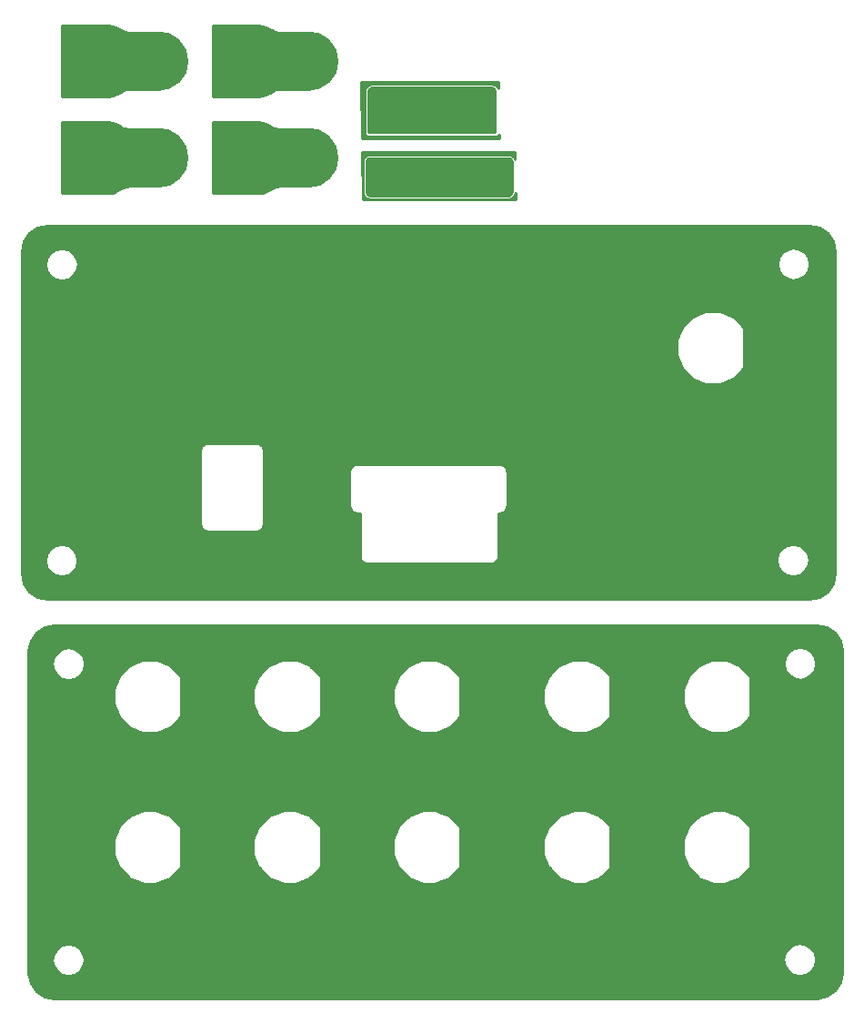
<source format=gtl>
%MOIN*%
%OFA0B0*%
%FSLAX46Y46*%
%IPPOS*%
%LPD*%
%ADD10C,0.005905511811023622*%
%ADD11C,0.031496062992125991*%
%ADD12C,0.01*%
%ADD23C,0.005905511811023622*%
%ADD24C,0.031496062992125991*%
%ADD25C,0.01*%
%ADD36C,0.005905511811023622*%
%ADD37C,0.21653543307086615*%
%ADD38C,0.01*%
%ADD49C,0.005905511811023622*%
%ADD50C,0.21653543307086615*%
%ADD51C,0.01*%
%ADD62C,0.005905511811023622*%
%ADD63C,0.21653543307086615*%
%ADD64C,0.01*%
%ADD75C,0.005905511811023622*%
%ADD76C,0.21653543307086615*%
%ADD77C,0.01*%
%ADD88C,0.005905511811023622*%
%ADD89C,0.01*%
%ADD100C,0.005905511811023622*%
%ADD101C,0.01*%
%LPD*%
G01G01G01G01G01G01G01G01*
D10*
D11*
X-0000054330Y0001411023D02*
X0002384645Y0000559448D03*
X0002404952Y0000635236D03*
X0002460433Y0000690715D03*
X0002536220Y0000711023D03*
X0002612006Y0000690715D03*
X0002667488Y0000635236D03*
X0002687795Y0000559448D03*
X0002667488Y0000483661D03*
X0002612006Y0000428181D03*
X0002536220Y0000407874D03*
X0002460433Y0000428181D03*
X0002404952Y0000483661D03*
X0001872834Y0000559448D03*
X0001893141Y0000635236D03*
X0001948622Y0000690715D03*
X0002024409Y0000711023D03*
X0002100196Y0000690715D03*
X0002155677Y0000635236D03*
X0002175984Y0000559448D03*
X0002155677Y0000483661D03*
X0002100196Y0000428181D03*
X0002024409Y0000407874D03*
X0001948622Y0000428181D03*
X0001893141Y0000483661D03*
X0002384645Y0001110629D03*
X0002404952Y0001186417D03*
X0002460433Y0001241897D03*
X0002536220Y0001262204D03*
X0002612006Y0001241897D03*
X0002667488Y0001186417D03*
X0002687795Y0001110629D03*
X0002667488Y0001034842D03*
X0002612006Y0000979362D03*
X0002536220Y0000959055D03*
X0002460433Y0000979362D03*
X0002404952Y0001034842D03*
X0001872834Y0001110629D03*
X0001893141Y0001186417D03*
X0001948622Y0001241897D03*
X0002024409Y0001262204D03*
X0002100196Y0001241897D03*
X0002155677Y0001186417D03*
X0002175984Y0001110629D03*
X0002155677Y0001034842D03*
X0002100196Y0000979362D03*
X0002024409Y0000959055D03*
X0001948622Y0000979362D03*
X0001893141Y0001034842D03*
X0001321653Y0000559448D03*
X0001341960Y0000635236D03*
X0001397440Y0000690715D03*
X0001473228Y0000711023D03*
X0001549015Y0000690715D03*
X0001604494Y0000635236D03*
X0001624802Y0000559448D03*
X0001604494Y0000483661D03*
X0001549015Y0000428181D03*
X0001473228Y0000407874D03*
X0001397440Y0000428181D03*
X0001341960Y0000483661D03*
X0000809842Y0000559448D03*
X0000830149Y0000635236D03*
X0000885629Y0000690715D03*
X0000961417Y0000711023D03*
X0001037204Y0000690715D03*
X0001092684Y0000635236D03*
X0001112992Y0000559448D03*
X0001092684Y0000483661D03*
X0001037204Y0000428181D03*
X0000961417Y0000407874D03*
X0000885629Y0000428181D03*
X0000830149Y0000483661D03*
X0000298031Y0000559448D03*
X0000318338Y0000635236D03*
X0000373818Y0000690715D03*
X0000449606Y0000711023D03*
X0000525393Y0000690715D03*
X0000580873Y0000635236D03*
X0000601181Y0000559448D03*
X0000580873Y0000483661D03*
X0000525393Y0000428181D03*
X0000449606Y0000407874D03*
X0000373818Y0000428181D03*
X0000318338Y0000483661D03*
X0001321653Y0001110629D03*
X0001341960Y0001186417D03*
X0001397440Y0001241897D03*
X0001473228Y0001262204D03*
X0001549015Y0001241897D03*
X0001604494Y0001186417D03*
X0001624802Y0001110629D03*
X0001604494Y0001034842D03*
X0001549015Y0000979362D03*
X0001473228Y0000959055D03*
X0001397440Y0000979362D03*
X0001341960Y0001034842D03*
X0000809842Y0001110629D03*
X0000830149Y0001186417D03*
X0000885629Y0001241897D03*
X0000961417Y0001262204D03*
X0001037204Y0001241897D03*
X0001092684Y0001186417D03*
X0001112992Y0001110629D03*
X0001092684Y0001034842D03*
X0001037204Y0000979362D03*
X0000961417Y0000959055D03*
X0000885629Y0000979362D03*
X0000830149Y0001034842D03*
X0000298031Y0001110629D03*
X0000318338Y0001186417D03*
X0000373818Y0001241897D03*
X0000449606Y0001262204D03*
X0000525393Y0001241897D03*
X0000580873Y0001186417D03*
X0000601181Y0001110629D03*
X0000580873Y0001034842D03*
X0000525393Y0000979362D03*
X0000449606Y0000959055D03*
X0000373818Y0000979362D03*
X0000318338Y0001034842D03*
D12*
G36*
X0002929111Y0001365409D02*
X0002959130Y0001345351D01*
X0002979189Y0001315331D01*
X0002986338Y0001279389D01*
X0002986338Y0000098956D01*
X0002979189Y0000063014D01*
X0002959130Y0000032995D01*
X0002929111Y0000012936D01*
X0002893169Y0000005787D01*
X0000098562Y0000005393D01*
X0000062618Y0000012542D01*
X0000032599Y0000032599D01*
X0000012542Y0000062618D01*
X0000005393Y0000098562D01*
X0000005393Y0000145669D01*
X0000091653Y0000145669D01*
X0000096154Y0000123039D01*
X0000108973Y0000103855D01*
X0000128157Y0000091036D01*
X0000150787Y0000086535D01*
X0000173416Y0000091036D01*
X0000192601Y0000103855D01*
X0000205419Y0000123039D01*
X0000209921Y0000145669D01*
X0000209608Y0000147244D01*
X0002771968Y0000147244D01*
X0002776468Y0000124614D01*
X0002789288Y0000105430D01*
X0002808472Y0000092611D01*
X0002831102Y0000088110D01*
X0002853731Y0000092611D01*
X0002872916Y0000105430D01*
X0002885734Y0000124614D01*
X0002890236Y0000147244D01*
X0002885734Y0000169873D01*
X0002872916Y0000189058D01*
X0002853731Y0000201876D01*
X0002831102Y0000206377D01*
X0002808472Y0000201876D01*
X0002789288Y0000189058D01*
X0002776468Y0000169873D01*
X0002771968Y0000147244D01*
X0000209608Y0000147244D01*
X0000205419Y0000168298D01*
X0000192601Y0000187483D01*
X0000173416Y0000200301D01*
X0000150787Y0000204803D01*
X0000128157Y0000200301D01*
X0000108973Y0000187483D01*
X0000096154Y0000168298D01*
X0000091653Y0000145669D01*
X0000005393Y0000145669D01*
X0000005393Y0000534684D01*
X0000316099Y0000534684D01*
X0000316701Y0000531640D01*
X0000316701Y0000531639D01*
X0000335739Y0000485479D01*
X0000335739Y0000485478D01*
X0000335969Y0000485134D01*
X0000337459Y0000482896D01*
X0000337460Y0000482896D01*
X0000372714Y0000447534D01*
X0000372714Y0000447534D01*
X0000373748Y0000446841D01*
X0000375291Y0000445806D01*
X0000375292Y0000445806D01*
X0000421395Y0000426628D01*
X0000421395Y0000426628D01*
X0000424437Y0000426018D01*
X0000474370Y0000425942D01*
X0000477415Y0000426543D01*
X0000477415Y0000426543D01*
X0000523576Y0000445581D01*
X0000523576Y0000445581D01*
X0000525126Y0000446614D01*
X0000526158Y0000447302D01*
X0000526159Y0000447302D01*
X0000561520Y0000482556D01*
X0000561523Y0000482562D01*
X0000561528Y0000482565D01*
X0000562391Y0000483856D01*
X0000563248Y0000485134D01*
X0000563249Y0000485140D01*
X0000563252Y0000485145D01*
X0000563550Y0000486641D01*
X0000563858Y0000488176D01*
X0000563857Y0000488183D01*
X0000563858Y0000488188D01*
X0000563858Y0000534684D01*
X0000827911Y0000534684D01*
X0000828512Y0000531640D01*
X0000828512Y0000531639D01*
X0000847550Y0000485479D01*
X0000847550Y0000485478D01*
X0000847780Y0000485134D01*
X0000849269Y0000482896D01*
X0000849271Y0000482896D01*
X0000884525Y0000447534D01*
X0000884525Y0000447534D01*
X0000885559Y0000446841D01*
X0000887102Y0000445806D01*
X0000887102Y0000445806D01*
X0000933206Y0000426628D01*
X0000933206Y0000426628D01*
X0000936248Y0000426018D01*
X0000986181Y0000425942D01*
X0000989226Y0000426543D01*
X0000989226Y0000426543D01*
X0001035387Y0000445581D01*
X0001035387Y0000445581D01*
X0001036937Y0000446614D01*
X0001037970Y0000447302D01*
X0001037970Y0000447302D01*
X0001073331Y0000482556D01*
X0001073334Y0000482562D01*
X0001073340Y0000482565D01*
X0001074202Y0000483856D01*
X0001075059Y0000485134D01*
X0001075060Y0000485140D01*
X0001075063Y0000485145D01*
X0001075361Y0000486641D01*
X0001075669Y0000488176D01*
X0001075668Y0000488183D01*
X0001075669Y0000488188D01*
X0001075669Y0000534684D01*
X0001339722Y0000534684D01*
X0001340323Y0000531640D01*
X0001340323Y0000531639D01*
X0001359361Y0000485479D01*
X0001359361Y0000485478D01*
X0001359591Y0000485134D01*
X0001361081Y0000482896D01*
X0001361082Y0000482896D01*
X0001396336Y0000447534D01*
X0001396336Y0000447534D01*
X0001397370Y0000446841D01*
X0001398913Y0000445806D01*
X0001398914Y0000445806D01*
X0001445017Y0000426628D01*
X0001445017Y0000426628D01*
X0001448059Y0000426018D01*
X0001497992Y0000425942D01*
X0001501037Y0000426543D01*
X0001501037Y0000426543D01*
X0001547198Y0000445581D01*
X0001547198Y0000445581D01*
X0001548748Y0000446614D01*
X0001549781Y0000447302D01*
X0001549781Y0000447302D01*
X0001585142Y0000482556D01*
X0001585144Y0000482562D01*
X0001585151Y0000482565D01*
X0001586013Y0000483856D01*
X0001586870Y0000485134D01*
X0001586871Y0000485140D01*
X0001586874Y0000485145D01*
X0001587172Y0000486641D01*
X0001587479Y0000488176D01*
X0001587479Y0000488183D01*
X0001587479Y0000488188D01*
X0001587479Y0000534684D01*
X0001890903Y0000534684D01*
X0001891504Y0000531640D01*
X0001891504Y0000531639D01*
X0001910542Y0000485479D01*
X0001910542Y0000485478D01*
X0001910772Y0000485134D01*
X0001912263Y0000482896D01*
X0001912263Y0000482896D01*
X0001947517Y0000447534D01*
X0001947517Y0000447534D01*
X0001948552Y0000446841D01*
X0001950095Y0000445806D01*
X0001950095Y0000445806D01*
X0001996198Y0000426628D01*
X0001996198Y0000426628D01*
X0001999238Y0000426018D01*
X0002049173Y0000425942D01*
X0002052217Y0000426543D01*
X0002052217Y0000426543D01*
X0002098379Y0000445581D01*
X0002098379Y0000445581D01*
X0002099929Y0000446614D01*
X0002100962Y0000447302D01*
X0002100962Y0000447302D01*
X0002136323Y0000482556D01*
X0002136326Y0000482562D01*
X0002136332Y0000482565D01*
X0002137194Y0000483856D01*
X0002138051Y0000485134D01*
X0002138052Y0000485140D01*
X0002138056Y0000485145D01*
X0002138353Y0000486641D01*
X0002138661Y0000488176D01*
X0002138660Y0000488183D01*
X0002138661Y0000488188D01*
X0002138661Y0000534684D01*
X0002402714Y0000534684D01*
X0002403315Y0000531640D01*
X0002403315Y0000531639D01*
X0002422353Y0000485479D01*
X0002422354Y0000485478D01*
X0002422583Y0000485134D01*
X0002424074Y0000482896D01*
X0002424074Y0000482896D01*
X0002459328Y0000447534D01*
X0002459328Y0000447534D01*
X0002460363Y0000446841D01*
X0002461906Y0000445806D01*
X0002461906Y0000445806D01*
X0002508009Y0000426628D01*
X0002508009Y0000426628D01*
X0002511051Y0000426018D01*
X0002560985Y0000425942D01*
X0002564029Y0000426543D01*
X0002564029Y0000426543D01*
X0002610190Y0000445581D01*
X0002610190Y0000445581D01*
X0002611740Y0000446614D01*
X0002612773Y0000447302D01*
X0002612773Y0000447302D01*
X0002648134Y0000482556D01*
X0002648137Y0000482562D01*
X0002648143Y0000482565D01*
X0002649005Y0000483856D01*
X0002649862Y0000485134D01*
X0002649863Y0000485140D01*
X0002649867Y0000485145D01*
X0002650164Y0000486641D01*
X0002650472Y0000488176D01*
X0002650471Y0000488183D01*
X0002650472Y0000488188D01*
X0002650472Y0000630707D01*
X0002650472Y0000630707D01*
X0002649867Y0000633752D01*
X0002648143Y0000636332D01*
X0002613103Y0000671371D01*
X0002611809Y0000672236D01*
X0002610534Y0000673090D01*
X0002610523Y0000673095D01*
X0002610523Y0000673095D01*
X0002610523Y0000673095D01*
X0002564431Y0000692268D01*
X0002564431Y0000692268D01*
X0002564431Y0000692268D01*
X0002561999Y0000692756D01*
X0002561388Y0000692878D01*
X0002561388Y0000692878D01*
X0002511455Y0000692954D01*
X0002508411Y0000692354D01*
X0002462250Y0000673314D01*
X0002462250Y0000673314D01*
X0002459667Y0000671595D01*
X0002424306Y0000636340D01*
X0002422578Y0000633763D01*
X0002422578Y0000633762D01*
X0002403400Y0000587659D01*
X0002403400Y0000587659D01*
X0002402790Y0000584617D01*
X0002402714Y0000534684D01*
X0002138661Y0000534684D01*
X0002138661Y0000630707D01*
X0002138661Y0000630707D01*
X0002138056Y0000633752D01*
X0002136332Y0000636332D01*
X0002101292Y0000671371D01*
X0002099998Y0000672236D01*
X0002098723Y0000673090D01*
X0002098712Y0000673095D01*
X0002098712Y0000673095D01*
X0002098712Y0000673095D01*
X0002052620Y0000692268D01*
X0002052620Y0000692268D01*
X0002052620Y0000692268D01*
X0002050188Y0000692756D01*
X0002049578Y0000692878D01*
X0002049578Y0000692878D01*
X0001999644Y0000692954D01*
X0001996600Y0000692354D01*
X0001950438Y0000673314D01*
X0001950438Y0000673314D01*
X0001947855Y0000671595D01*
X0001912495Y0000636340D01*
X0001910766Y0000633763D01*
X0001910766Y0000633762D01*
X0001891589Y0000587659D01*
X0001891589Y0000587659D01*
X0001890979Y0000584617D01*
X0001890903Y0000534684D01*
X0001587479Y0000534684D01*
X0001587479Y0000630707D01*
X0001587479Y0000630707D01*
X0001586874Y0000633752D01*
X0001585151Y0000636332D01*
X0001550111Y0000671371D01*
X0001548817Y0000672236D01*
X0001547542Y0000673090D01*
X0001547531Y0000673095D01*
X0001547531Y0000673095D01*
X0001547531Y0000673095D01*
X0001501439Y0000692268D01*
X0001501439Y0000692268D01*
X0001501439Y0000692268D01*
X0001499006Y0000692756D01*
X0001498396Y0000692878D01*
X0001498396Y0000692878D01*
X0001448463Y0000692954D01*
X0001445419Y0000692354D01*
X0001399258Y0000673314D01*
X0001399258Y0000673314D01*
X0001396675Y0000671595D01*
X0001361314Y0000636340D01*
X0001359586Y0000633763D01*
X0001359586Y0000633762D01*
X0001340407Y0000587659D01*
X0001340407Y0000587659D01*
X0001339796Y0000584617D01*
X0001339722Y0000534684D01*
X0001075669Y0000534684D01*
X0001075669Y0000630707D01*
X0001075669Y0000630707D01*
X0001075063Y0000633752D01*
X0001073340Y0000636332D01*
X0001038300Y0000671371D01*
X0001037006Y0000672236D01*
X0001035731Y0000673090D01*
X0001035720Y0000673095D01*
X0001035720Y0000673095D01*
X0001035720Y0000673095D01*
X0000989628Y0000692268D01*
X0000989628Y0000692268D01*
X0000989628Y0000692268D01*
X0000987195Y0000692756D01*
X0000986585Y0000692878D01*
X0000986585Y0000692878D01*
X0000936652Y0000692954D01*
X0000933608Y0000692354D01*
X0000887447Y0000673314D01*
X0000887447Y0000673314D01*
X0000884863Y0000671595D01*
X0000849503Y0000636340D01*
X0000847775Y0000633763D01*
X0000847775Y0000633762D01*
X0000828596Y0000587659D01*
X0000828596Y0000587659D01*
X0000827986Y0000584617D01*
X0000827911Y0000534684D01*
X0000563858Y0000534684D01*
X0000563858Y0000630707D01*
X0000563858Y0000630707D01*
X0000563252Y0000633752D01*
X0000561528Y0000636332D01*
X0000526489Y0000671371D01*
X0000525195Y0000672236D01*
X0000523920Y0000673090D01*
X0000523908Y0000673095D01*
X0000523908Y0000673095D01*
X0000523908Y0000673095D01*
X0000477817Y0000692268D01*
X0000477817Y0000692268D01*
X0000477817Y0000692268D01*
X0000475384Y0000692756D01*
X0000474774Y0000692878D01*
X0000474774Y0000692878D01*
X0000424841Y0000692954D01*
X0000421796Y0000692354D01*
X0000375636Y0000673314D01*
X0000375636Y0000673314D01*
X0000373053Y0000671595D01*
X0000337692Y0000636340D01*
X0000335964Y0000633763D01*
X0000335964Y0000633762D01*
X0000316785Y0000587659D01*
X0000316785Y0000587659D01*
X0000316175Y0000584617D01*
X0000316099Y0000534684D01*
X0000005393Y0000534684D01*
X0000005393Y0001085865D01*
X0000316099Y0001085865D01*
X0000316701Y0001082821D01*
X0000316701Y0001082821D01*
X0000335739Y0001036659D01*
X0000335739Y0001036659D01*
X0000335969Y0001036315D01*
X0000337459Y0001034076D01*
X0000337460Y0001034076D01*
X0000372714Y0000998715D01*
X0000372714Y0000998715D01*
X0000373748Y0000998022D01*
X0000375291Y0000996987D01*
X0000375292Y0000996987D01*
X0000421395Y0000977809D01*
X0000421395Y0000977809D01*
X0000424437Y0000977199D01*
X0000474370Y0000977123D01*
X0000477415Y0000977724D01*
X0000477415Y0000977724D01*
X0000523576Y0000996763D01*
X0000523576Y0000996763D01*
X0000525126Y0000997795D01*
X0000526158Y0000998482D01*
X0000526159Y0000998482D01*
X0000561520Y0001033738D01*
X0000561523Y0001033743D01*
X0000561528Y0001033746D01*
X0000562391Y0001035037D01*
X0000563248Y0001036315D01*
X0000563249Y0001036321D01*
X0000563252Y0001036326D01*
X0000563550Y0001037822D01*
X0000563858Y0001039358D01*
X0000563857Y0001039364D01*
X0000563858Y0001039369D01*
X0000563858Y0001085865D01*
X0000827911Y0001085865D01*
X0000828512Y0001082821D01*
X0000828512Y0001082821D01*
X0000847550Y0001036659D01*
X0000847550Y0001036659D01*
X0000847780Y0001036315D01*
X0000849269Y0001034076D01*
X0000849271Y0001034076D01*
X0000884525Y0000998715D01*
X0000884525Y0000998715D01*
X0000885559Y0000998022D01*
X0000887102Y0000996987D01*
X0000887102Y0000996987D01*
X0000933206Y0000977809D01*
X0000933206Y0000977809D01*
X0000936248Y0000977199D01*
X0000986181Y0000977123D01*
X0000989226Y0000977724D01*
X0000989226Y0000977724D01*
X0001035387Y0000996763D01*
X0001035387Y0000996763D01*
X0001036937Y0000997795D01*
X0001037970Y0000998482D01*
X0001037970Y0000998482D01*
X0001073331Y0001033738D01*
X0001073334Y0001033743D01*
X0001073340Y0001033746D01*
X0001074202Y0001035037D01*
X0001075059Y0001036315D01*
X0001075060Y0001036321D01*
X0001075063Y0001036326D01*
X0001075361Y0001037822D01*
X0001075669Y0001039358D01*
X0001075668Y0001039364D01*
X0001075669Y0001039369D01*
X0001075669Y0001085865D01*
X0001339722Y0001085865D01*
X0001340323Y0001082821D01*
X0001340323Y0001082821D01*
X0001359361Y0001036659D01*
X0001359361Y0001036659D01*
X0001359591Y0001036315D01*
X0001361081Y0001034076D01*
X0001361082Y0001034076D01*
X0001396336Y0000998715D01*
X0001396336Y0000998715D01*
X0001397370Y0000998022D01*
X0001398913Y0000996987D01*
X0001398914Y0000996987D01*
X0001445017Y0000977809D01*
X0001445017Y0000977809D01*
X0001448059Y0000977199D01*
X0001497992Y0000977123D01*
X0001501037Y0000977724D01*
X0001501037Y0000977724D01*
X0001547198Y0000996763D01*
X0001547198Y0000996763D01*
X0001548748Y0000997795D01*
X0001549781Y0000998482D01*
X0001549781Y0000998482D01*
X0001585142Y0001033738D01*
X0001585144Y0001033743D01*
X0001585151Y0001033746D01*
X0001586013Y0001035037D01*
X0001586870Y0001036315D01*
X0001586871Y0001036321D01*
X0001586874Y0001036326D01*
X0001587172Y0001037822D01*
X0001587479Y0001039358D01*
X0001587479Y0001039364D01*
X0001587479Y0001039369D01*
X0001587479Y0001085865D01*
X0001890903Y0001085865D01*
X0001891504Y0001082821D01*
X0001891504Y0001082821D01*
X0001910542Y0001036659D01*
X0001910542Y0001036659D01*
X0001910772Y0001036315D01*
X0001912263Y0001034076D01*
X0001912263Y0001034076D01*
X0001947517Y0000998715D01*
X0001947517Y0000998715D01*
X0001948552Y0000998022D01*
X0001950095Y0000996987D01*
X0001950095Y0000996987D01*
X0001996198Y0000977809D01*
X0001996198Y0000977809D01*
X0001999238Y0000977199D01*
X0002049173Y0000977123D01*
X0002052217Y0000977724D01*
X0002052217Y0000977724D01*
X0002098379Y0000996763D01*
X0002098379Y0000996763D01*
X0002099929Y0000997795D01*
X0002100962Y0000998482D01*
X0002100962Y0000998482D01*
X0002136323Y0001033738D01*
X0002136326Y0001033743D01*
X0002136332Y0001033746D01*
X0002137194Y0001035037D01*
X0002138051Y0001036315D01*
X0002138052Y0001036321D01*
X0002138056Y0001036326D01*
X0002138353Y0001037822D01*
X0002138661Y0001039358D01*
X0002138660Y0001039364D01*
X0002138661Y0001039369D01*
X0002138661Y0001085865D01*
X0002402714Y0001085865D01*
X0002403315Y0001082821D01*
X0002403315Y0001082821D01*
X0002422353Y0001036659D01*
X0002422354Y0001036659D01*
X0002422583Y0001036315D01*
X0002424074Y0001034076D01*
X0002424074Y0001034076D01*
X0002459328Y0000998715D01*
X0002459328Y0000998715D01*
X0002460363Y0000998022D01*
X0002461906Y0000996987D01*
X0002461906Y0000996987D01*
X0002508009Y0000977809D01*
X0002508009Y0000977809D01*
X0002511051Y0000977199D01*
X0002560985Y0000977123D01*
X0002564029Y0000977724D01*
X0002564029Y0000977724D01*
X0002610190Y0000996763D01*
X0002610190Y0000996763D01*
X0002611740Y0000997795D01*
X0002612773Y0000998482D01*
X0002612773Y0000998482D01*
X0002648134Y0001033738D01*
X0002648137Y0001033743D01*
X0002648143Y0001033746D01*
X0002649005Y0001035037D01*
X0002649862Y0001036315D01*
X0002649863Y0001036321D01*
X0002649867Y0001036326D01*
X0002650164Y0001037822D01*
X0002650472Y0001039358D01*
X0002650471Y0001039364D01*
X0002650472Y0001039369D01*
X0002650472Y0001181889D01*
X0002650472Y0001181889D01*
X0002649867Y0001184933D01*
X0002648143Y0001187513D01*
X0002613103Y0001222552D01*
X0002611809Y0001223417D01*
X0002610534Y0001224271D01*
X0002610523Y0001224276D01*
X0002610523Y0001224276D01*
X0002610523Y0001224276D01*
X0002593167Y0001231496D01*
X0002773543Y0001231496D01*
X0002778044Y0001208866D01*
X0002790863Y0001189682D01*
X0002810047Y0001176863D01*
X0002832677Y0001172362D01*
X0002855306Y0001176863D01*
X0002874491Y0001189682D01*
X0002887309Y0001208866D01*
X0002891811Y0001231496D01*
X0002887309Y0001254125D01*
X0002874491Y0001273310D01*
X0002855306Y0001286128D01*
X0002832677Y0001290629D01*
X0002810047Y0001286128D01*
X0002790863Y0001273310D01*
X0002778044Y0001254125D01*
X0002773543Y0001231496D01*
X0002593167Y0001231496D01*
X0002564431Y0001243450D01*
X0002564431Y0001243450D01*
X0002564431Y0001243450D01*
X0002561999Y0001243938D01*
X0002561388Y0001244060D01*
X0002561388Y0001244060D01*
X0002511455Y0001244135D01*
X0002508411Y0001243535D01*
X0002462250Y0001224496D01*
X0002462250Y0001224496D01*
X0002459667Y0001222776D01*
X0002424306Y0001187521D01*
X0002422578Y0001184944D01*
X0002422578Y0001184944D01*
X0002403400Y0001138841D01*
X0002403400Y0001138840D01*
X0002402790Y0001135798D01*
X0002402714Y0001085865D01*
X0002138661Y0001085865D01*
X0002138661Y0001181889D01*
X0002138661Y0001181889D01*
X0002138056Y0001184933D01*
X0002136332Y0001187513D01*
X0002101292Y0001222552D01*
X0002099998Y0001223417D01*
X0002098723Y0001224271D01*
X0002098712Y0001224276D01*
X0002098712Y0001224276D01*
X0002098712Y0001224276D01*
X0002052620Y0001243450D01*
X0002052620Y0001243450D01*
X0002052620Y0001243450D01*
X0002050188Y0001243938D01*
X0002049578Y0001244060D01*
X0002049578Y0001244060D01*
X0001999644Y0001244135D01*
X0001996600Y0001243535D01*
X0001950438Y0001224496D01*
X0001950438Y0001224496D01*
X0001947855Y0001222776D01*
X0001912495Y0001187521D01*
X0001910766Y0001184944D01*
X0001910766Y0001184944D01*
X0001891589Y0001138841D01*
X0001891589Y0001138840D01*
X0001890979Y0001135798D01*
X0001890903Y0001085865D01*
X0001587479Y0001085865D01*
X0001587479Y0001181889D01*
X0001587479Y0001181889D01*
X0001586874Y0001184933D01*
X0001585151Y0001187513D01*
X0001550111Y0001222552D01*
X0001548817Y0001223417D01*
X0001547542Y0001224271D01*
X0001547531Y0001224276D01*
X0001547531Y0001224276D01*
X0001547531Y0001224276D01*
X0001501439Y0001243450D01*
X0001501439Y0001243450D01*
X0001501439Y0001243450D01*
X0001499006Y0001243938D01*
X0001498396Y0001244060D01*
X0001498396Y0001244060D01*
X0001448463Y0001244135D01*
X0001445419Y0001243535D01*
X0001399258Y0001224496D01*
X0001399258Y0001224496D01*
X0001396675Y0001222776D01*
X0001361314Y0001187521D01*
X0001359586Y0001184944D01*
X0001359586Y0001184944D01*
X0001340407Y0001138841D01*
X0001340407Y0001138840D01*
X0001339796Y0001135798D01*
X0001339722Y0001085865D01*
X0001075669Y0001085865D01*
X0001075669Y0001181889D01*
X0001075669Y0001181889D01*
X0001075063Y0001184933D01*
X0001073340Y0001187513D01*
X0001038300Y0001222552D01*
X0001037006Y0001223417D01*
X0001035731Y0001224271D01*
X0001035720Y0001224276D01*
X0001035720Y0001224276D01*
X0001035720Y0001224276D01*
X0000989628Y0001243450D01*
X0000989628Y0001243450D01*
X0000989628Y0001243450D01*
X0000987195Y0001243938D01*
X0000986585Y0001244060D01*
X0000986585Y0001244060D01*
X0000936652Y0001244135D01*
X0000933608Y0001243535D01*
X0000887447Y0001224496D01*
X0000887447Y0001224496D01*
X0000884863Y0001222776D01*
X0000849503Y0001187521D01*
X0000847775Y0001184944D01*
X0000847775Y0001184944D01*
X0000828596Y0001138841D01*
X0000828596Y0001138840D01*
X0000827986Y0001135798D01*
X0000827911Y0001085865D01*
X0000563858Y0001085865D01*
X0000563858Y0001181889D01*
X0000563858Y0001181889D01*
X0000563252Y0001184933D01*
X0000561528Y0001187513D01*
X0000526489Y0001222552D01*
X0000525195Y0001223417D01*
X0000523920Y0001224271D01*
X0000523908Y0001224276D01*
X0000523908Y0001224276D01*
X0000523908Y0001224276D01*
X0000477817Y0001243450D01*
X0000477817Y0001243450D01*
X0000477817Y0001243450D01*
X0000475384Y0001243938D01*
X0000474774Y0001244060D01*
X0000474774Y0001244060D01*
X0000424841Y0001244135D01*
X0000421796Y0001243535D01*
X0000375636Y0001224496D01*
X0000375636Y0001224496D01*
X0000373053Y0001222776D01*
X0000337692Y0001187521D01*
X0000335964Y0001184944D01*
X0000335964Y0001184944D01*
X0000316785Y0001138841D01*
X0000316785Y0001138840D01*
X0000316175Y0001135798D01*
X0000316099Y0001085865D01*
X0000005393Y0001085865D01*
X0000005393Y0001230314D01*
X0000092047Y0001230314D01*
X0000096548Y0001207685D01*
X0000109367Y0001188501D01*
X0000128551Y0001175682D01*
X0000151181Y0001171181D01*
X0000173810Y0001175682D01*
X0000192995Y0001188501D01*
X0000205813Y0001207685D01*
X0000210314Y0001230314D01*
X0000205813Y0001252944D01*
X0000192995Y0001272128D01*
X0000173810Y0001284947D01*
X0000151181Y0001289448D01*
X0000128551Y0001284947D01*
X0000109367Y0001272128D01*
X0000096548Y0001252944D01*
X0000092047Y0001230314D01*
X0000005393Y0001230314D01*
X0000005393Y0001279389D01*
X0000012542Y0001315331D01*
X0000032599Y0001345351D01*
X0000062618Y0001365409D01*
X0000098562Y0001372559D01*
X0002893169Y0001372559D01*
X0002929111Y0001365409D01*
X0002929111Y0001365409D01*
G37*
X0002929111Y0001365409D02*
X0002959130Y0001345351D01*
X0002979189Y0001315331D01*
X0002986338Y0001279389D01*
X0002986338Y0000098956D01*
X0002979189Y0000063014D01*
X0002959130Y0000032995D01*
X0002929111Y0000012936D01*
X0002893169Y0000005787D01*
X0000098562Y0000005393D01*
X0000062618Y0000012542D01*
X0000032599Y0000032599D01*
X0000012542Y0000062618D01*
X0000005393Y0000098562D01*
X0000005393Y0000145669D01*
X0000091653Y0000145669D01*
X0000096154Y0000123039D01*
X0000108973Y0000103855D01*
X0000128157Y0000091036D01*
X0000150787Y0000086535D01*
X0000173416Y0000091036D01*
X0000192601Y0000103855D01*
X0000205419Y0000123039D01*
X0000209921Y0000145669D01*
X0000209608Y0000147244D01*
X0002771968Y0000147244D01*
X0002776468Y0000124614D01*
X0002789288Y0000105430D01*
X0002808472Y0000092611D01*
X0002831102Y0000088110D01*
X0002853731Y0000092611D01*
X0002872916Y0000105430D01*
X0002885734Y0000124614D01*
X0002890236Y0000147244D01*
X0002885734Y0000169873D01*
X0002872916Y0000189058D01*
X0002853731Y0000201876D01*
X0002831102Y0000206377D01*
X0002808472Y0000201876D01*
X0002789288Y0000189058D01*
X0002776468Y0000169873D01*
X0002771968Y0000147244D01*
X0000209608Y0000147244D01*
X0000205419Y0000168298D01*
X0000192601Y0000187483D01*
X0000173416Y0000200301D01*
X0000150787Y0000204803D01*
X0000128157Y0000200301D01*
X0000108973Y0000187483D01*
X0000096154Y0000168298D01*
X0000091653Y0000145669D01*
X0000005393Y0000145669D01*
X0000005393Y0000534684D01*
X0000316099Y0000534684D01*
X0000316701Y0000531640D01*
X0000316701Y0000531639D01*
X0000335739Y0000485479D01*
X0000335739Y0000485478D01*
X0000335969Y0000485134D01*
X0000337459Y0000482896D01*
X0000337460Y0000482896D01*
X0000372714Y0000447534D01*
X0000372714Y0000447534D01*
X0000373748Y0000446841D01*
X0000375291Y0000445806D01*
X0000375292Y0000445806D01*
X0000421395Y0000426628D01*
X0000421395Y0000426628D01*
X0000424437Y0000426018D01*
X0000474370Y0000425942D01*
X0000477415Y0000426543D01*
X0000477415Y0000426543D01*
X0000523576Y0000445581D01*
X0000523576Y0000445581D01*
X0000525126Y0000446614D01*
X0000526158Y0000447302D01*
X0000526159Y0000447302D01*
X0000561520Y0000482556D01*
X0000561523Y0000482562D01*
X0000561528Y0000482565D01*
X0000562391Y0000483856D01*
X0000563248Y0000485134D01*
X0000563249Y0000485140D01*
X0000563252Y0000485145D01*
X0000563550Y0000486641D01*
X0000563858Y0000488176D01*
X0000563857Y0000488183D01*
X0000563858Y0000488188D01*
X0000563858Y0000534684D01*
X0000827911Y0000534684D01*
X0000828512Y0000531640D01*
X0000828512Y0000531639D01*
X0000847550Y0000485479D01*
X0000847550Y0000485478D01*
X0000847780Y0000485134D01*
X0000849269Y0000482896D01*
X0000849271Y0000482896D01*
X0000884525Y0000447534D01*
X0000884525Y0000447534D01*
X0000885559Y0000446841D01*
X0000887102Y0000445806D01*
X0000887102Y0000445806D01*
X0000933206Y0000426628D01*
X0000933206Y0000426628D01*
X0000936248Y0000426018D01*
X0000986181Y0000425942D01*
X0000989226Y0000426543D01*
X0000989226Y0000426543D01*
X0001035387Y0000445581D01*
X0001035387Y0000445581D01*
X0001036937Y0000446614D01*
X0001037970Y0000447302D01*
X0001037970Y0000447302D01*
X0001073331Y0000482556D01*
X0001073334Y0000482562D01*
X0001073340Y0000482565D01*
X0001074202Y0000483856D01*
X0001075059Y0000485134D01*
X0001075060Y0000485140D01*
X0001075063Y0000485145D01*
X0001075361Y0000486641D01*
X0001075669Y0000488176D01*
X0001075668Y0000488183D01*
X0001075669Y0000488188D01*
X0001075669Y0000534684D01*
X0001339722Y0000534684D01*
X0001340323Y0000531640D01*
X0001340323Y0000531639D01*
X0001359361Y0000485479D01*
X0001359361Y0000485478D01*
X0001359591Y0000485134D01*
X0001361081Y0000482896D01*
X0001361082Y0000482896D01*
X0001396336Y0000447534D01*
X0001396336Y0000447534D01*
X0001397370Y0000446841D01*
X0001398913Y0000445806D01*
X0001398914Y0000445806D01*
X0001445017Y0000426628D01*
X0001445017Y0000426628D01*
X0001448059Y0000426018D01*
X0001497992Y0000425942D01*
X0001501037Y0000426543D01*
X0001501037Y0000426543D01*
X0001547198Y0000445581D01*
X0001547198Y0000445581D01*
X0001548748Y0000446614D01*
X0001549781Y0000447302D01*
X0001549781Y0000447302D01*
X0001585142Y0000482556D01*
X0001585144Y0000482562D01*
X0001585151Y0000482565D01*
X0001586013Y0000483856D01*
X0001586870Y0000485134D01*
X0001586871Y0000485140D01*
X0001586874Y0000485145D01*
X0001587172Y0000486641D01*
X0001587479Y0000488176D01*
X0001587479Y0000488183D01*
X0001587479Y0000488188D01*
X0001587479Y0000534684D01*
X0001890903Y0000534684D01*
X0001891504Y0000531640D01*
X0001891504Y0000531639D01*
X0001910542Y0000485479D01*
X0001910542Y0000485478D01*
X0001910772Y0000485134D01*
X0001912263Y0000482896D01*
X0001912263Y0000482896D01*
X0001947517Y0000447534D01*
X0001947517Y0000447534D01*
X0001948552Y0000446841D01*
X0001950095Y0000445806D01*
X0001950095Y0000445806D01*
X0001996198Y0000426628D01*
X0001996198Y0000426628D01*
X0001999238Y0000426018D01*
X0002049173Y0000425942D01*
X0002052217Y0000426543D01*
X0002052217Y0000426543D01*
X0002098379Y0000445581D01*
X0002098379Y0000445581D01*
X0002099929Y0000446614D01*
X0002100962Y0000447302D01*
X0002100962Y0000447302D01*
X0002136323Y0000482556D01*
X0002136326Y0000482562D01*
X0002136332Y0000482565D01*
X0002137194Y0000483856D01*
X0002138051Y0000485134D01*
X0002138052Y0000485140D01*
X0002138056Y0000485145D01*
X0002138353Y0000486641D01*
X0002138661Y0000488176D01*
X0002138660Y0000488183D01*
X0002138661Y0000488188D01*
X0002138661Y0000534684D01*
X0002402714Y0000534684D01*
X0002403315Y0000531640D01*
X0002403315Y0000531639D01*
X0002422353Y0000485479D01*
X0002422354Y0000485478D01*
X0002422583Y0000485134D01*
X0002424074Y0000482896D01*
X0002424074Y0000482896D01*
X0002459328Y0000447534D01*
X0002459328Y0000447534D01*
X0002460363Y0000446841D01*
X0002461906Y0000445806D01*
X0002461906Y0000445806D01*
X0002508009Y0000426628D01*
X0002508009Y0000426628D01*
X0002511051Y0000426018D01*
X0002560985Y0000425942D01*
X0002564029Y0000426543D01*
X0002564029Y0000426543D01*
X0002610190Y0000445581D01*
X0002610190Y0000445581D01*
X0002611740Y0000446614D01*
X0002612773Y0000447302D01*
X0002612773Y0000447302D01*
X0002648134Y0000482556D01*
X0002648137Y0000482562D01*
X0002648143Y0000482565D01*
X0002649005Y0000483856D01*
X0002649862Y0000485134D01*
X0002649863Y0000485140D01*
X0002649867Y0000485145D01*
X0002650164Y0000486641D01*
X0002650472Y0000488176D01*
X0002650471Y0000488183D01*
X0002650472Y0000488188D01*
X0002650472Y0000630707D01*
X0002650472Y0000630707D01*
X0002649867Y0000633752D01*
X0002648143Y0000636332D01*
X0002613103Y0000671371D01*
X0002611809Y0000672236D01*
X0002610534Y0000673090D01*
X0002610523Y0000673095D01*
X0002610523Y0000673095D01*
X0002610523Y0000673095D01*
X0002564431Y0000692268D01*
X0002564431Y0000692268D01*
X0002564431Y0000692268D01*
X0002561999Y0000692756D01*
X0002561388Y0000692878D01*
X0002561388Y0000692878D01*
X0002511455Y0000692954D01*
X0002508411Y0000692354D01*
X0002462250Y0000673314D01*
X0002462250Y0000673314D01*
X0002459667Y0000671595D01*
X0002424306Y0000636340D01*
X0002422578Y0000633763D01*
X0002422578Y0000633762D01*
X0002403400Y0000587659D01*
X0002403400Y0000587659D01*
X0002402790Y0000584617D01*
X0002402714Y0000534684D01*
X0002138661Y0000534684D01*
X0002138661Y0000630707D01*
X0002138661Y0000630707D01*
X0002138056Y0000633752D01*
X0002136332Y0000636332D01*
X0002101292Y0000671371D01*
X0002099998Y0000672236D01*
X0002098723Y0000673090D01*
X0002098712Y0000673095D01*
X0002098712Y0000673095D01*
X0002098712Y0000673095D01*
X0002052620Y0000692268D01*
X0002052620Y0000692268D01*
X0002052620Y0000692268D01*
X0002050188Y0000692756D01*
X0002049578Y0000692878D01*
X0002049578Y0000692878D01*
X0001999644Y0000692954D01*
X0001996600Y0000692354D01*
X0001950438Y0000673314D01*
X0001950438Y0000673314D01*
X0001947855Y0000671595D01*
X0001912495Y0000636340D01*
X0001910766Y0000633763D01*
X0001910766Y0000633762D01*
X0001891589Y0000587659D01*
X0001891589Y0000587659D01*
X0001890979Y0000584617D01*
X0001890903Y0000534684D01*
X0001587479Y0000534684D01*
X0001587479Y0000630707D01*
X0001587479Y0000630707D01*
X0001586874Y0000633752D01*
X0001585151Y0000636332D01*
X0001550111Y0000671371D01*
X0001548817Y0000672236D01*
X0001547542Y0000673090D01*
X0001547531Y0000673095D01*
X0001547531Y0000673095D01*
X0001547531Y0000673095D01*
X0001501439Y0000692268D01*
X0001501439Y0000692268D01*
X0001501439Y0000692268D01*
X0001499006Y0000692756D01*
X0001498396Y0000692878D01*
X0001498396Y0000692878D01*
X0001448463Y0000692954D01*
X0001445419Y0000692354D01*
X0001399258Y0000673314D01*
X0001399258Y0000673314D01*
X0001396675Y0000671595D01*
X0001361314Y0000636340D01*
X0001359586Y0000633763D01*
X0001359586Y0000633762D01*
X0001340407Y0000587659D01*
X0001340407Y0000587659D01*
X0001339796Y0000584617D01*
X0001339722Y0000534684D01*
X0001075669Y0000534684D01*
X0001075669Y0000630707D01*
X0001075669Y0000630707D01*
X0001075063Y0000633752D01*
X0001073340Y0000636332D01*
X0001038300Y0000671371D01*
X0001037006Y0000672236D01*
X0001035731Y0000673090D01*
X0001035720Y0000673095D01*
X0001035720Y0000673095D01*
X0001035720Y0000673095D01*
X0000989628Y0000692268D01*
X0000989628Y0000692268D01*
X0000989628Y0000692268D01*
X0000987195Y0000692756D01*
X0000986585Y0000692878D01*
X0000986585Y0000692878D01*
X0000936652Y0000692954D01*
X0000933608Y0000692354D01*
X0000887447Y0000673314D01*
X0000887447Y0000673314D01*
X0000884863Y0000671595D01*
X0000849503Y0000636340D01*
X0000847775Y0000633763D01*
X0000847775Y0000633762D01*
X0000828596Y0000587659D01*
X0000828596Y0000587659D01*
X0000827986Y0000584617D01*
X0000827911Y0000534684D01*
X0000563858Y0000534684D01*
X0000563858Y0000630707D01*
X0000563858Y0000630707D01*
X0000563252Y0000633752D01*
X0000561528Y0000636332D01*
X0000526489Y0000671371D01*
X0000525195Y0000672236D01*
X0000523920Y0000673090D01*
X0000523908Y0000673095D01*
X0000523908Y0000673095D01*
X0000523908Y0000673095D01*
X0000477817Y0000692268D01*
X0000477817Y0000692268D01*
X0000477817Y0000692268D01*
X0000475384Y0000692756D01*
X0000474774Y0000692878D01*
X0000474774Y0000692878D01*
X0000424841Y0000692954D01*
X0000421796Y0000692354D01*
X0000375636Y0000673314D01*
X0000375636Y0000673314D01*
X0000373053Y0000671595D01*
X0000337692Y0000636340D01*
X0000335964Y0000633763D01*
X0000335964Y0000633762D01*
X0000316785Y0000587659D01*
X0000316785Y0000587659D01*
X0000316175Y0000584617D01*
X0000316099Y0000534684D01*
X0000005393Y0000534684D01*
X0000005393Y0001085865D01*
X0000316099Y0001085865D01*
X0000316701Y0001082821D01*
X0000316701Y0001082821D01*
X0000335739Y0001036659D01*
X0000335739Y0001036659D01*
X0000335969Y0001036315D01*
X0000337459Y0001034076D01*
X0000337460Y0001034076D01*
X0000372714Y0000998715D01*
X0000372714Y0000998715D01*
X0000373748Y0000998022D01*
X0000375291Y0000996987D01*
X0000375292Y0000996987D01*
X0000421395Y0000977809D01*
X0000421395Y0000977809D01*
X0000424437Y0000977199D01*
X0000474370Y0000977123D01*
X0000477415Y0000977724D01*
X0000477415Y0000977724D01*
X0000523576Y0000996763D01*
X0000523576Y0000996763D01*
X0000525126Y0000997795D01*
X0000526158Y0000998482D01*
X0000526159Y0000998482D01*
X0000561520Y0001033738D01*
X0000561523Y0001033743D01*
X0000561528Y0001033746D01*
X0000562391Y0001035037D01*
X0000563248Y0001036315D01*
X0000563249Y0001036321D01*
X0000563252Y0001036326D01*
X0000563550Y0001037822D01*
X0000563858Y0001039358D01*
X0000563857Y0001039364D01*
X0000563858Y0001039369D01*
X0000563858Y0001085865D01*
X0000827911Y0001085865D01*
X0000828512Y0001082821D01*
X0000828512Y0001082821D01*
X0000847550Y0001036659D01*
X0000847550Y0001036659D01*
X0000847780Y0001036315D01*
X0000849269Y0001034076D01*
X0000849271Y0001034076D01*
X0000884525Y0000998715D01*
X0000884525Y0000998715D01*
X0000885559Y0000998022D01*
X0000887102Y0000996987D01*
X0000887102Y0000996987D01*
X0000933206Y0000977809D01*
X0000933206Y0000977809D01*
X0000936248Y0000977199D01*
X0000986181Y0000977123D01*
X0000989226Y0000977724D01*
X0000989226Y0000977724D01*
X0001035387Y0000996763D01*
X0001035387Y0000996763D01*
X0001036937Y0000997795D01*
X0001037970Y0000998482D01*
X0001037970Y0000998482D01*
X0001073331Y0001033738D01*
X0001073334Y0001033743D01*
X0001073340Y0001033746D01*
X0001074202Y0001035037D01*
X0001075059Y0001036315D01*
X0001075060Y0001036321D01*
X0001075063Y0001036326D01*
X0001075361Y0001037822D01*
X0001075669Y0001039358D01*
X0001075668Y0001039364D01*
X0001075669Y0001039369D01*
X0001075669Y0001085865D01*
X0001339722Y0001085865D01*
X0001340323Y0001082821D01*
X0001340323Y0001082821D01*
X0001359361Y0001036659D01*
X0001359361Y0001036659D01*
X0001359591Y0001036315D01*
X0001361081Y0001034076D01*
X0001361082Y0001034076D01*
X0001396336Y0000998715D01*
X0001396336Y0000998715D01*
X0001397370Y0000998022D01*
X0001398913Y0000996987D01*
X0001398914Y0000996987D01*
X0001445017Y0000977809D01*
X0001445017Y0000977809D01*
X0001448059Y0000977199D01*
X0001497992Y0000977123D01*
X0001501037Y0000977724D01*
X0001501037Y0000977724D01*
X0001547198Y0000996763D01*
X0001547198Y0000996763D01*
X0001548748Y0000997795D01*
X0001549781Y0000998482D01*
X0001549781Y0000998482D01*
X0001585142Y0001033738D01*
X0001585144Y0001033743D01*
X0001585151Y0001033746D01*
X0001586013Y0001035037D01*
X0001586870Y0001036315D01*
X0001586871Y0001036321D01*
X0001586874Y0001036326D01*
X0001587172Y0001037822D01*
X0001587479Y0001039358D01*
X0001587479Y0001039364D01*
X0001587479Y0001039369D01*
X0001587479Y0001085865D01*
X0001890903Y0001085865D01*
X0001891504Y0001082821D01*
X0001891504Y0001082821D01*
X0001910542Y0001036659D01*
X0001910542Y0001036659D01*
X0001910772Y0001036315D01*
X0001912263Y0001034076D01*
X0001912263Y0001034076D01*
X0001947517Y0000998715D01*
X0001947517Y0000998715D01*
X0001948552Y0000998022D01*
X0001950095Y0000996987D01*
X0001950095Y0000996987D01*
X0001996198Y0000977809D01*
X0001996198Y0000977809D01*
X0001999238Y0000977199D01*
X0002049173Y0000977123D01*
X0002052217Y0000977724D01*
X0002052217Y0000977724D01*
X0002098379Y0000996763D01*
X0002098379Y0000996763D01*
X0002099929Y0000997795D01*
X0002100962Y0000998482D01*
X0002100962Y0000998482D01*
X0002136323Y0001033738D01*
X0002136326Y0001033743D01*
X0002136332Y0001033746D01*
X0002137194Y0001035037D01*
X0002138051Y0001036315D01*
X0002138052Y0001036321D01*
X0002138056Y0001036326D01*
X0002138353Y0001037822D01*
X0002138661Y0001039358D01*
X0002138660Y0001039364D01*
X0002138661Y0001039369D01*
X0002138661Y0001085865D01*
X0002402714Y0001085865D01*
X0002403315Y0001082821D01*
X0002403315Y0001082821D01*
X0002422353Y0001036659D01*
X0002422354Y0001036659D01*
X0002422583Y0001036315D01*
X0002424074Y0001034076D01*
X0002424074Y0001034076D01*
X0002459328Y0000998715D01*
X0002459328Y0000998715D01*
X0002460363Y0000998022D01*
X0002461906Y0000996987D01*
X0002461906Y0000996987D01*
X0002508009Y0000977809D01*
X0002508009Y0000977809D01*
X0002511051Y0000977199D01*
X0002560985Y0000977123D01*
X0002564029Y0000977724D01*
X0002564029Y0000977724D01*
X0002610190Y0000996763D01*
X0002610190Y0000996763D01*
X0002611740Y0000997795D01*
X0002612773Y0000998482D01*
X0002612773Y0000998482D01*
X0002648134Y0001033738D01*
X0002648137Y0001033743D01*
X0002648143Y0001033746D01*
X0002649005Y0001035037D01*
X0002649862Y0001036315D01*
X0002649863Y0001036321D01*
X0002649867Y0001036326D01*
X0002650164Y0001037822D01*
X0002650472Y0001039358D01*
X0002650471Y0001039364D01*
X0002650472Y0001039369D01*
X0002650472Y0001181889D01*
X0002650472Y0001181889D01*
X0002649867Y0001184933D01*
X0002648143Y0001187513D01*
X0002613103Y0001222552D01*
X0002611809Y0001223417D01*
X0002610534Y0001224271D01*
X0002610523Y0001224276D01*
X0002610523Y0001224276D01*
X0002610523Y0001224276D01*
X0002593167Y0001231496D01*
X0002773543Y0001231496D01*
X0002778044Y0001208866D01*
X0002790863Y0001189682D01*
X0002810047Y0001176863D01*
X0002832677Y0001172362D01*
X0002855306Y0001176863D01*
X0002874491Y0001189682D01*
X0002887309Y0001208866D01*
X0002891811Y0001231496D01*
X0002887309Y0001254125D01*
X0002874491Y0001273310D01*
X0002855306Y0001286128D01*
X0002832677Y0001290629D01*
X0002810047Y0001286128D01*
X0002790863Y0001273310D01*
X0002778044Y0001254125D01*
X0002773543Y0001231496D01*
X0002593167Y0001231496D01*
X0002564431Y0001243450D01*
X0002564431Y0001243450D01*
X0002564431Y0001243450D01*
X0002561999Y0001243938D01*
X0002561388Y0001244060D01*
X0002561388Y0001244060D01*
X0002511455Y0001244135D01*
X0002508411Y0001243535D01*
X0002462250Y0001224496D01*
X0002462250Y0001224496D01*
X0002459667Y0001222776D01*
X0002424306Y0001187521D01*
X0002422578Y0001184944D01*
X0002422578Y0001184944D01*
X0002403400Y0001138841D01*
X0002403400Y0001138840D01*
X0002402790Y0001135798D01*
X0002402714Y0001085865D01*
X0002138661Y0001085865D01*
X0002138661Y0001181889D01*
X0002138661Y0001181889D01*
X0002138056Y0001184933D01*
X0002136332Y0001187513D01*
X0002101292Y0001222552D01*
X0002099998Y0001223417D01*
X0002098723Y0001224271D01*
X0002098712Y0001224276D01*
X0002098712Y0001224276D01*
X0002098712Y0001224276D01*
X0002052620Y0001243450D01*
X0002052620Y0001243450D01*
X0002052620Y0001243450D01*
X0002050188Y0001243938D01*
X0002049578Y0001244060D01*
X0002049578Y0001244060D01*
X0001999644Y0001244135D01*
X0001996600Y0001243535D01*
X0001950438Y0001224496D01*
X0001950438Y0001224496D01*
X0001947855Y0001222776D01*
X0001912495Y0001187521D01*
X0001910766Y0001184944D01*
X0001910766Y0001184944D01*
X0001891589Y0001138841D01*
X0001891589Y0001138840D01*
X0001890979Y0001135798D01*
X0001890903Y0001085865D01*
X0001587479Y0001085865D01*
X0001587479Y0001181889D01*
X0001587479Y0001181889D01*
X0001586874Y0001184933D01*
X0001585151Y0001187513D01*
X0001550111Y0001222552D01*
X0001548817Y0001223417D01*
X0001547542Y0001224271D01*
X0001547531Y0001224276D01*
X0001547531Y0001224276D01*
X0001547531Y0001224276D01*
X0001501439Y0001243450D01*
X0001501439Y0001243450D01*
X0001501439Y0001243450D01*
X0001499006Y0001243938D01*
X0001498396Y0001244060D01*
X0001498396Y0001244060D01*
X0001448463Y0001244135D01*
X0001445419Y0001243535D01*
X0001399258Y0001224496D01*
X0001399258Y0001224496D01*
X0001396675Y0001222776D01*
X0001361314Y0001187521D01*
X0001359586Y0001184944D01*
X0001359586Y0001184944D01*
X0001340407Y0001138841D01*
X0001340407Y0001138840D01*
X0001339796Y0001135798D01*
X0001339722Y0001085865D01*
X0001075669Y0001085865D01*
X0001075669Y0001181889D01*
X0001075669Y0001181889D01*
X0001075063Y0001184933D01*
X0001073340Y0001187513D01*
X0001038300Y0001222552D01*
X0001037006Y0001223417D01*
X0001035731Y0001224271D01*
X0001035720Y0001224276D01*
X0001035720Y0001224276D01*
X0001035720Y0001224276D01*
X0000989628Y0001243450D01*
X0000989628Y0001243450D01*
X0000989628Y0001243450D01*
X0000987195Y0001243938D01*
X0000986585Y0001244060D01*
X0000986585Y0001244060D01*
X0000936652Y0001244135D01*
X0000933608Y0001243535D01*
X0000887447Y0001224496D01*
X0000887447Y0001224496D01*
X0000884863Y0001222776D01*
X0000849503Y0001187521D01*
X0000847775Y0001184944D01*
X0000847775Y0001184944D01*
X0000828596Y0001138841D01*
X0000828596Y0001138840D01*
X0000827986Y0001135798D01*
X0000827911Y0001085865D01*
X0000563858Y0001085865D01*
X0000563858Y0001181889D01*
X0000563858Y0001181889D01*
X0000563252Y0001184933D01*
X0000561528Y0001187513D01*
X0000526489Y0001222552D01*
X0000525195Y0001223417D01*
X0000523920Y0001224271D01*
X0000523908Y0001224276D01*
X0000523908Y0001224276D01*
X0000523908Y0001224276D01*
X0000477817Y0001243450D01*
X0000477817Y0001243450D01*
X0000477817Y0001243450D01*
X0000475384Y0001243938D01*
X0000474774Y0001244060D01*
X0000474774Y0001244060D01*
X0000424841Y0001244135D01*
X0000421796Y0001243535D01*
X0000375636Y0001224496D01*
X0000375636Y0001224496D01*
X0000373053Y0001222776D01*
X0000337692Y0001187521D01*
X0000335964Y0001184944D01*
X0000335964Y0001184944D01*
X0000316785Y0001138841D01*
X0000316785Y0001138840D01*
X0000316175Y0001135798D01*
X0000316099Y0001085865D01*
X0000005393Y0001085865D01*
X0000005393Y0001230314D01*
X0000092047Y0001230314D01*
X0000096548Y0001207685D01*
X0000109367Y0001188501D01*
X0000128551Y0001175682D01*
X0000151181Y0001171181D01*
X0000173810Y0001175682D01*
X0000192995Y0001188501D01*
X0000205813Y0001207685D01*
X0000210314Y0001230314D01*
X0000205813Y0001252944D01*
X0000192995Y0001272128D01*
X0000173810Y0001284947D01*
X0000151181Y0001289448D01*
X0000128551Y0001284947D01*
X0000109367Y0001272128D01*
X0000096548Y0001252944D01*
X0000092047Y0001230314D01*
X0000005393Y0001230314D01*
X0000005393Y0001279389D01*
X0000012542Y0001315331D01*
X0000032599Y0001345351D01*
X0000062618Y0001365409D01*
X0000098562Y0001372559D01*
X0002893169Y0001372559D01*
X0002929111Y0001365409D01*
G01G01G01G01G01G01G01G01*
D23*
D24*
X-0000078740Y0002874015D02*
X0002361614Y0002387960D03*
X0002381921Y0002463747D03*
X0002437401Y0002519228D03*
X0002513188Y0002539535D03*
X0002588976Y0002519228D03*
X0002644456Y0002463747D03*
X0002664763Y0002387960D03*
X0002644456Y0002312173D03*
X0002588976Y0002256692D03*
X0002513188Y0002236385D03*
X0002437401Y0002256692D03*
X0002381921Y0002312173D03*
D25*
G36*
X0002904701Y0002828401D02*
X0002934721Y0002808343D01*
X0002954779Y0002778323D01*
X0002961929Y0002742382D01*
X0002961929Y0001561948D01*
X0002954779Y0001526006D01*
X0002934721Y0001495987D01*
X0002904701Y0001475928D01*
X0002868759Y0001468779D01*
X0000074152Y0001468385D01*
X0000038211Y0001475535D01*
X0000008191Y0001495593D01*
X-0000011865Y0001525613D01*
X-0000019015Y0001561554D01*
X-0000019015Y0001608661D01*
X0000067244Y0001608661D01*
X0000071745Y0001586031D01*
X0000084564Y0001566847D01*
X0000103748Y0001554028D01*
X0000126375Y0001549527D01*
X0000149007Y0001554028D01*
X0000168191Y0001566847D01*
X0000181009Y0001586031D01*
X0000185511Y0001608661D01*
X0000181009Y0001631290D01*
X0000168191Y0001650475D01*
X0000149007Y0001663293D01*
X0000126375Y0001667795D01*
X0000103748Y0001663293D01*
X0000084564Y0001650475D01*
X0000071745Y0001631290D01*
X0000067244Y0001608661D01*
X-0000019015Y0001608661D01*
X-0000019015Y0002011810D01*
X0000634763Y0002011810D01*
X0000634763Y0001742124D01*
X0000634897Y0001741452D01*
X0000634897Y0001740766D01*
X0000636396Y0001733233D01*
X0000636396Y0001733233D01*
X0000637436Y0001730721D01*
X0000641703Y0001724335D01*
X0000643626Y0001722412D01*
X0000650012Y0001718144D01*
X0000650012Y0001718144D01*
X0000651484Y0001717535D01*
X0000652524Y0001717104D01*
X0000652524Y0001717104D01*
X0000660057Y0001715606D01*
X0000660744Y0001715606D01*
X0000661417Y0001715472D01*
X0000840551Y0001715472D01*
X0000841223Y0001715606D01*
X0000841910Y0001715606D01*
X0000849443Y0001717104D01*
X0000849443Y0001717104D01*
X0000851955Y0001718144D01*
X0000858341Y0001722412D01*
X0000860263Y0001724335D01*
X0000864531Y0001730721D01*
X0000864531Y0001730721D01*
X0000865571Y0001733233D01*
X0000867070Y0001740766D01*
X0000867070Y0001741452D01*
X0000867204Y0001742124D01*
X0000867204Y0001935039D01*
X0001182007Y0001935039D01*
X0001182007Y0001809054D01*
X0001182141Y0001808381D01*
X0001182141Y0001807695D01*
X0001183640Y0001800161D01*
X0001183640Y0001800161D01*
X0001184680Y0001797650D01*
X0001188947Y0001791264D01*
X0001190870Y0001789341D01*
X0001197256Y0001785074D01*
X0001197256Y0001785074D01*
X0001198728Y0001784464D01*
X0001199768Y0001784033D01*
X0001199768Y0001784033D01*
X0001207301Y0001782535D01*
X0001207988Y0001782535D01*
X0001208661Y0001782401D01*
X0001219409Y0001782401D01*
X0001219409Y0001624015D01*
X0001219543Y0001623342D01*
X0001219543Y0001622656D01*
X0001221041Y0001615123D01*
X0001221041Y0001615123D01*
X0001222082Y0001612611D01*
X0001226349Y0001606223D01*
X0001228272Y0001604302D01*
X0001234658Y0001600035D01*
X0001234658Y0001600035D01*
X0001236129Y0001599425D01*
X0001237170Y0001598994D01*
X0001237170Y0001598994D01*
X0001244703Y0001597495D01*
X0001245389Y0001597495D01*
X0001246062Y0001597362D01*
X0001700787Y0001597362D01*
X0001701460Y0001597495D01*
X0001702146Y0001597495D01*
X0001709680Y0001598994D01*
X0001709680Y0001598994D01*
X0001712192Y0001600035D01*
X0001718578Y0001604302D01*
X0001720500Y0001606223D01*
X0001723181Y0001610236D01*
X0002747559Y0001610236D01*
X0002752060Y0001587606D01*
X0002764878Y0001568422D01*
X0002784063Y0001555603D01*
X0002806692Y0001551102D01*
X0002829322Y0001555603D01*
X0002848506Y0001568422D01*
X0002861324Y0001587606D01*
X0002865826Y0001610236D01*
X0002861324Y0001632865D01*
X0002848506Y0001652050D01*
X0002829322Y0001664866D01*
X0002806692Y0001669370D01*
X0002784063Y0001664866D01*
X0002764878Y0001652050D01*
X0002752060Y0001632865D01*
X0002747559Y0001610236D01*
X0001723181Y0001610236D01*
X0001724768Y0001612611D01*
X0001724768Y0001612611D01*
X0001725808Y0001615123D01*
X0001727307Y0001622656D01*
X0001727307Y0001623342D01*
X0001727440Y0001624015D01*
X0001727440Y0001782401D01*
X0001732283Y0001782401D01*
X0001732955Y0001782535D01*
X0001733642Y0001782535D01*
X0001741176Y0001784033D01*
X0001741176Y0001784033D01*
X0001743688Y0001785074D01*
X0001750074Y0001789341D01*
X0001751997Y0001791264D01*
X0001756264Y0001797650D01*
X0001756264Y0001797650D01*
X0001757304Y0001800161D01*
X0001758802Y0001807695D01*
X0001758802Y0001808381D01*
X0001758937Y0001809054D01*
X0001758937Y0001935039D01*
X0001758802Y0001935712D01*
X0001758802Y0001936398D01*
X0001757304Y0001943932D01*
X0001756264Y0001946443D01*
X0001756264Y0001946443D01*
X0001751996Y0001952830D01*
X0001750074Y0001954752D01*
X0001743688Y0001959020D01*
X0001741176Y0001960060D01*
X0001741176Y0001960060D01*
X0001733642Y0001961559D01*
X0001732955Y0001961559D01*
X0001732283Y0001961692D01*
X0001208661Y0001961692D01*
X0001207988Y0001961559D01*
X0001207301Y0001961559D01*
X0001199768Y0001960060D01*
X0001199768Y0001960060D01*
X0001198782Y0001959651D01*
X0001197256Y0001959020D01*
X0001197256Y0001959020D01*
X0001190870Y0001954752D01*
X0001188947Y0001952830D01*
X0001184680Y0001946443D01*
X0001184680Y0001946443D01*
X0001183640Y0001943932D01*
X0001182141Y0001936398D01*
X0001182141Y0001935712D01*
X0001182007Y0001935039D01*
X0000867204Y0001935039D01*
X0000867204Y0002011810D01*
X0000867070Y0002012484D01*
X0000867070Y0002013170D01*
X0000865571Y0002020703D01*
X0000864531Y0002023215D01*
X0000864531Y0002023215D01*
X0000860263Y0002029601D01*
X0000858341Y0002031524D01*
X0000851955Y0002035791D01*
X0000849443Y0002036832D01*
X0000849443Y0002036832D01*
X0000841910Y0002038330D01*
X0000841223Y0002038330D01*
X0000840551Y0002038463D01*
X0000661417Y0002038463D01*
X0000660744Y0002038330D01*
X0000660057Y0002038330D01*
X0000652524Y0002036832D01*
X0000652524Y0002036832D01*
X0000651537Y0002036423D01*
X0000650012Y0002035791D01*
X0000650012Y0002035791D01*
X0000643626Y0002031524D01*
X0000641703Y0002029601D01*
X0000637436Y0002023215D01*
X0000637436Y0002023215D01*
X0000636396Y0002020703D01*
X0000634897Y0002013170D01*
X0000634897Y0002012484D01*
X0000634763Y0002011810D01*
X-0000019015Y0002011810D01*
X-0000019015Y0002363196D01*
X0002379682Y0002363196D01*
X0002380283Y0002360151D01*
X0002380283Y0002360151D01*
X0002399322Y0002313990D01*
X0002399322Y0002313990D01*
X0002399551Y0002313646D01*
X0002401042Y0002311407D01*
X0002401042Y0002311407D01*
X0002436297Y0002276046D01*
X0002436297Y0002276046D01*
X0002437331Y0002275352D01*
X0002438874Y0002274318D01*
X0002438874Y0002274318D01*
X0002484977Y0002255140D01*
X0002484977Y0002255140D01*
X0002488020Y0002254530D01*
X0002537953Y0002254454D01*
X0002540997Y0002255055D01*
X0002540997Y0002255055D01*
X0002587158Y0002274094D01*
X0002587158Y0002274094D01*
X0002588708Y0002275126D01*
X0002589741Y0002275814D01*
X0002589741Y0002275814D01*
X0002625103Y0002311068D01*
X0002625106Y0002311073D01*
X0002625111Y0002311077D01*
X0002625974Y0002312368D01*
X0002626830Y0002313646D01*
X0002626832Y0002313652D01*
X0002626835Y0002313657D01*
X0002627133Y0002315153D01*
X0002627440Y0002316688D01*
X0002627438Y0002316694D01*
X0002627440Y0002316700D01*
X0002627440Y0002459220D01*
X0002627440Y0002459220D01*
X0002626835Y0002462263D01*
X0002625111Y0002464843D01*
X0002590072Y0002499883D01*
X0002588777Y0002500748D01*
X0002587503Y0002501602D01*
X0002587492Y0002501607D01*
X0002587492Y0002501607D01*
X0002587492Y0002501607D01*
X0002541400Y0002520780D01*
X0002541400Y0002520780D01*
X0002541400Y0002520780D01*
X0002538967Y0002521268D01*
X0002538357Y0002521390D01*
X0002538357Y0002521390D01*
X0002488424Y0002521466D01*
X0002485380Y0002520865D01*
X0002439219Y0002501827D01*
X0002439218Y0002501827D01*
X0002436636Y0002500106D01*
X0002401274Y0002464852D01*
X0002399546Y0002462274D01*
X0002399546Y0002462274D01*
X0002380368Y0002416171D01*
X0002380368Y0002416171D01*
X0002379758Y0002413129D01*
X0002379682Y0002363196D01*
X-0000019015Y0002363196D01*
X-0000019015Y0002693307D01*
X0000067637Y0002693307D01*
X0000072139Y0002670677D01*
X0000084956Y0002651493D01*
X0000104142Y0002638673D01*
X0000126771Y0002634173D01*
X0000149401Y0002638673D01*
X0000168585Y0002651493D01*
X0000181404Y0002670677D01*
X0000185905Y0002693307D01*
X0000185670Y0002694488D01*
X0002749133Y0002694488D01*
X0002753635Y0002671858D01*
X0002766453Y0002652674D01*
X0002785637Y0002639855D01*
X0002808267Y0002635353D01*
X0002830897Y0002639855D01*
X0002850081Y0002652674D01*
X0002862900Y0002671858D01*
X0002867401Y0002694488D01*
X0002862900Y0002717117D01*
X0002850081Y0002736301D01*
X0002830897Y0002749120D01*
X0002808267Y0002753622D01*
X0002785637Y0002749120D01*
X0002766453Y0002736301D01*
X0002753635Y0002717117D01*
X0002749133Y0002694488D01*
X0000185670Y0002694488D01*
X0000181404Y0002715936D01*
X0000168585Y0002735121D01*
X0000149401Y0002747939D01*
X0000126771Y0002752440D01*
X0000104142Y0002747939D01*
X0000084956Y0002735121D01*
X0000072139Y0002715936D01*
X0000067637Y0002693307D01*
X-0000019015Y0002693307D01*
X-0000019015Y0002742382D01*
X-0000011865Y0002778323D01*
X0000008191Y0002808343D01*
X0000038211Y0002828401D01*
X0000074153Y0002835551D01*
X0002868760Y0002835551D01*
X0002904701Y0002828401D01*
X0002904701Y0002828401D01*
G37*
X0002904701Y0002828401D02*
X0002934721Y0002808343D01*
X0002954779Y0002778323D01*
X0002961929Y0002742382D01*
X0002961929Y0001561948D01*
X0002954779Y0001526006D01*
X0002934721Y0001495987D01*
X0002904701Y0001475928D01*
X0002868759Y0001468779D01*
X0000074152Y0001468385D01*
X0000038211Y0001475535D01*
X0000008191Y0001495593D01*
X-0000011865Y0001525613D01*
X-0000019015Y0001561554D01*
X-0000019015Y0001608661D01*
X0000067244Y0001608661D01*
X0000071745Y0001586031D01*
X0000084564Y0001566847D01*
X0000103748Y0001554028D01*
X0000126375Y0001549527D01*
X0000149007Y0001554028D01*
X0000168191Y0001566847D01*
X0000181009Y0001586031D01*
X0000185511Y0001608661D01*
X0000181009Y0001631290D01*
X0000168191Y0001650475D01*
X0000149007Y0001663293D01*
X0000126375Y0001667795D01*
X0000103748Y0001663293D01*
X0000084564Y0001650475D01*
X0000071745Y0001631290D01*
X0000067244Y0001608661D01*
X-0000019015Y0001608661D01*
X-0000019015Y0002011810D01*
X0000634763Y0002011810D01*
X0000634763Y0001742124D01*
X0000634897Y0001741452D01*
X0000634897Y0001740766D01*
X0000636396Y0001733233D01*
X0000636396Y0001733233D01*
X0000637436Y0001730721D01*
X0000641703Y0001724335D01*
X0000643626Y0001722412D01*
X0000650012Y0001718144D01*
X0000650012Y0001718144D01*
X0000651484Y0001717535D01*
X0000652524Y0001717104D01*
X0000652524Y0001717104D01*
X0000660057Y0001715606D01*
X0000660744Y0001715606D01*
X0000661417Y0001715472D01*
X0000840551Y0001715472D01*
X0000841223Y0001715606D01*
X0000841910Y0001715606D01*
X0000849443Y0001717104D01*
X0000849443Y0001717104D01*
X0000851955Y0001718144D01*
X0000858341Y0001722412D01*
X0000860263Y0001724335D01*
X0000864531Y0001730721D01*
X0000864531Y0001730721D01*
X0000865571Y0001733233D01*
X0000867070Y0001740766D01*
X0000867070Y0001741452D01*
X0000867204Y0001742124D01*
X0000867204Y0001935039D01*
X0001182007Y0001935039D01*
X0001182007Y0001809054D01*
X0001182141Y0001808381D01*
X0001182141Y0001807695D01*
X0001183640Y0001800161D01*
X0001183640Y0001800161D01*
X0001184680Y0001797650D01*
X0001188947Y0001791264D01*
X0001190870Y0001789341D01*
X0001197256Y0001785074D01*
X0001197256Y0001785074D01*
X0001198728Y0001784464D01*
X0001199768Y0001784033D01*
X0001199768Y0001784033D01*
X0001207301Y0001782535D01*
X0001207988Y0001782535D01*
X0001208661Y0001782401D01*
X0001219409Y0001782401D01*
X0001219409Y0001624015D01*
X0001219543Y0001623342D01*
X0001219543Y0001622656D01*
X0001221041Y0001615123D01*
X0001221041Y0001615123D01*
X0001222082Y0001612611D01*
X0001226349Y0001606223D01*
X0001228272Y0001604302D01*
X0001234658Y0001600035D01*
X0001234658Y0001600035D01*
X0001236129Y0001599425D01*
X0001237170Y0001598994D01*
X0001237170Y0001598994D01*
X0001244703Y0001597495D01*
X0001245389Y0001597495D01*
X0001246062Y0001597362D01*
X0001700787Y0001597362D01*
X0001701460Y0001597495D01*
X0001702146Y0001597495D01*
X0001709680Y0001598994D01*
X0001709680Y0001598994D01*
X0001712192Y0001600035D01*
X0001718578Y0001604302D01*
X0001720500Y0001606223D01*
X0001723181Y0001610236D01*
X0002747559Y0001610236D01*
X0002752060Y0001587606D01*
X0002764878Y0001568422D01*
X0002784063Y0001555603D01*
X0002806692Y0001551102D01*
X0002829322Y0001555603D01*
X0002848506Y0001568422D01*
X0002861324Y0001587606D01*
X0002865826Y0001610236D01*
X0002861324Y0001632865D01*
X0002848506Y0001652050D01*
X0002829322Y0001664866D01*
X0002806692Y0001669370D01*
X0002784063Y0001664866D01*
X0002764878Y0001652050D01*
X0002752060Y0001632865D01*
X0002747559Y0001610236D01*
X0001723181Y0001610236D01*
X0001724768Y0001612611D01*
X0001724768Y0001612611D01*
X0001725808Y0001615123D01*
X0001727307Y0001622656D01*
X0001727307Y0001623342D01*
X0001727440Y0001624015D01*
X0001727440Y0001782401D01*
X0001732283Y0001782401D01*
X0001732955Y0001782535D01*
X0001733642Y0001782535D01*
X0001741176Y0001784033D01*
X0001741176Y0001784033D01*
X0001743688Y0001785074D01*
X0001750074Y0001789341D01*
X0001751997Y0001791264D01*
X0001756264Y0001797650D01*
X0001756264Y0001797650D01*
X0001757304Y0001800161D01*
X0001758802Y0001807695D01*
X0001758802Y0001808381D01*
X0001758937Y0001809054D01*
X0001758937Y0001935039D01*
X0001758802Y0001935712D01*
X0001758802Y0001936398D01*
X0001757304Y0001943932D01*
X0001756264Y0001946443D01*
X0001756264Y0001946443D01*
X0001751996Y0001952830D01*
X0001750074Y0001954752D01*
X0001743688Y0001959020D01*
X0001741176Y0001960060D01*
X0001741176Y0001960060D01*
X0001733642Y0001961559D01*
X0001732955Y0001961559D01*
X0001732283Y0001961692D01*
X0001208661Y0001961692D01*
X0001207988Y0001961559D01*
X0001207301Y0001961559D01*
X0001199768Y0001960060D01*
X0001199768Y0001960060D01*
X0001198782Y0001959651D01*
X0001197256Y0001959020D01*
X0001197256Y0001959020D01*
X0001190870Y0001954752D01*
X0001188947Y0001952830D01*
X0001184680Y0001946443D01*
X0001184680Y0001946443D01*
X0001183640Y0001943932D01*
X0001182141Y0001936398D01*
X0001182141Y0001935712D01*
X0001182007Y0001935039D01*
X0000867204Y0001935039D01*
X0000867204Y0002011810D01*
X0000867070Y0002012484D01*
X0000867070Y0002013170D01*
X0000865571Y0002020703D01*
X0000864531Y0002023215D01*
X0000864531Y0002023215D01*
X0000860263Y0002029601D01*
X0000858341Y0002031524D01*
X0000851955Y0002035791D01*
X0000849443Y0002036832D01*
X0000849443Y0002036832D01*
X0000841910Y0002038330D01*
X0000841223Y0002038330D01*
X0000840551Y0002038463D01*
X0000661417Y0002038463D01*
X0000660744Y0002038330D01*
X0000660057Y0002038330D01*
X0000652524Y0002036832D01*
X0000652524Y0002036832D01*
X0000651537Y0002036423D01*
X0000650012Y0002035791D01*
X0000650012Y0002035791D01*
X0000643626Y0002031524D01*
X0000641703Y0002029601D01*
X0000637436Y0002023215D01*
X0000637436Y0002023215D01*
X0000636396Y0002020703D01*
X0000634897Y0002013170D01*
X0000634897Y0002012484D01*
X0000634763Y0002011810D01*
X-0000019015Y0002011810D01*
X-0000019015Y0002363196D01*
X0002379682Y0002363196D01*
X0002380283Y0002360151D01*
X0002380283Y0002360151D01*
X0002399322Y0002313990D01*
X0002399322Y0002313990D01*
X0002399551Y0002313646D01*
X0002401042Y0002311407D01*
X0002401042Y0002311407D01*
X0002436297Y0002276046D01*
X0002436297Y0002276046D01*
X0002437331Y0002275352D01*
X0002438874Y0002274318D01*
X0002438874Y0002274318D01*
X0002484977Y0002255140D01*
X0002484977Y0002255140D01*
X0002488020Y0002254530D01*
X0002537953Y0002254454D01*
X0002540997Y0002255055D01*
X0002540997Y0002255055D01*
X0002587158Y0002274094D01*
X0002587158Y0002274094D01*
X0002588708Y0002275126D01*
X0002589741Y0002275814D01*
X0002589741Y0002275814D01*
X0002625103Y0002311068D01*
X0002625106Y0002311073D01*
X0002625111Y0002311077D01*
X0002625974Y0002312368D01*
X0002626830Y0002313646D01*
X0002626832Y0002313652D01*
X0002626835Y0002313657D01*
X0002627133Y0002315153D01*
X0002627440Y0002316688D01*
X0002627438Y0002316694D01*
X0002627440Y0002316700D01*
X0002627440Y0002459220D01*
X0002627440Y0002459220D01*
X0002626835Y0002462263D01*
X0002625111Y0002464843D01*
X0002590072Y0002499883D01*
X0002588777Y0002500748D01*
X0002587503Y0002501602D01*
X0002587492Y0002501607D01*
X0002587492Y0002501607D01*
X0002587492Y0002501607D01*
X0002541400Y0002520780D01*
X0002541400Y0002520780D01*
X0002541400Y0002520780D01*
X0002538967Y0002521268D01*
X0002538357Y0002521390D01*
X0002538357Y0002521390D01*
X0002488424Y0002521466D01*
X0002485380Y0002520865D01*
X0002439219Y0002501827D01*
X0002439218Y0002501827D01*
X0002436636Y0002500106D01*
X0002401274Y0002464852D01*
X0002399546Y0002462274D01*
X0002399546Y0002462274D01*
X0002380368Y0002416171D01*
X0002380368Y0002416171D01*
X0002379758Y0002413129D01*
X0002379682Y0002363196D01*
X-0000019015Y0002363196D01*
X-0000019015Y0002693307D01*
X0000067637Y0002693307D01*
X0000072139Y0002670677D01*
X0000084956Y0002651493D01*
X0000104142Y0002638673D01*
X0000126771Y0002634173D01*
X0000149401Y0002638673D01*
X0000168585Y0002651493D01*
X0000181404Y0002670677D01*
X0000185905Y0002693307D01*
X0000185670Y0002694488D01*
X0002749133Y0002694488D01*
X0002753635Y0002671858D01*
X0002766453Y0002652674D01*
X0002785637Y0002639855D01*
X0002808267Y0002635353D01*
X0002830897Y0002639855D01*
X0002850081Y0002652674D01*
X0002862900Y0002671858D01*
X0002867401Y0002694488D01*
X0002862900Y0002717117D01*
X0002850081Y0002736301D01*
X0002830897Y0002749120D01*
X0002808267Y0002753622D01*
X0002785637Y0002749120D01*
X0002766453Y0002736301D01*
X0002753635Y0002717117D01*
X0002749133Y0002694488D01*
X0000185670Y0002694488D01*
X0000181404Y0002715936D01*
X0000168585Y0002735121D01*
X0000149401Y0002747939D01*
X0000126771Y0002752440D01*
X0000104142Y0002747939D01*
X0000084956Y0002735121D01*
X0000072139Y0002715936D01*
X0000067637Y0002693307D01*
X-0000019015Y0002693307D01*
X-0000019015Y0002742382D01*
X-0000011865Y0002778323D01*
X0000008191Y0002808343D01*
X0000038211Y0002828401D01*
X0000074153Y0002835551D01*
X0002868760Y0002835551D01*
X0002904701Y0002828401D01*
G01G01G01G01G01G01G01G01*
D36*
D37*
X0000118110Y0003228346D02*
X0000480708Y0003083464D03*
D38*
G36*
X0000323943Y0003207712D02*
X0000337441Y0003199845D01*
X0000337463Y0003199838D01*
X0000337481Y0003199822D01*
X0000351521Y0003191799D01*
X0000352349Y0003191523D01*
X0000353156Y0003191190D01*
X0000377305Y0003186440D01*
X0000377831Y0003186441D01*
X0000378346Y0003186338D01*
X0000480177Y0003186338D01*
X0000520016Y0003178413D01*
X0000553342Y0003156146D01*
X0000575609Y0003122822D01*
X0000583428Y0003083512D01*
X0000575609Y0003044203D01*
X0000553342Y0003010878D01*
X0000520016Y0002988611D01*
X0000480420Y0002980735D01*
X0000378346Y0002980735D01*
X0000378024Y0002980671D01*
X0000377696Y0002980696D01*
X0000362602Y0002978864D01*
X0000361792Y0002978599D01*
X0000360965Y0002978395D01*
X0000338658Y0002967953D01*
X0000338614Y0002967920D01*
X0000338561Y0002967906D01*
X0000313282Y0002955453D01*
X0000297191Y0002953128D01*
X0000127834Y0002953291D01*
X0000127834Y0003213768D01*
X0000296956Y0003213768D01*
X0000323943Y0003207712D01*
X0000323943Y0003207712D01*
G37*
X0000323943Y0003207712D02*
X0000337441Y0003199845D01*
X0000337463Y0003199838D01*
X0000337481Y0003199822D01*
X0000351521Y0003191799D01*
X0000352349Y0003191523D01*
X0000353156Y0003191190D01*
X0000377305Y0003186440D01*
X0000377831Y0003186441D01*
X0000378346Y0003186338D01*
X0000480177Y0003186338D01*
X0000520016Y0003178413D01*
X0000553342Y0003156146D01*
X0000575609Y0003122822D01*
X0000583428Y0003083512D01*
X0000575609Y0003044203D01*
X0000553342Y0003010878D01*
X0000520016Y0002988611D01*
X0000480420Y0002980735D01*
X0000378346Y0002980735D01*
X0000378024Y0002980671D01*
X0000377696Y0002980696D01*
X0000362602Y0002978864D01*
X0000361792Y0002978599D01*
X0000360965Y0002978395D01*
X0000338658Y0002967953D01*
X0000338614Y0002967920D01*
X0000338561Y0002967906D01*
X0000313282Y0002955453D01*
X0000297191Y0002953128D01*
X0000127834Y0002953291D01*
X0000127834Y0003213768D01*
X0000296956Y0003213768D01*
X0000323943Y0003207712D01*
G01G01G01G01G01G01G01G01*
D49*
D50*
X0000118110Y0003582677D02*
X0000480708Y0003437795D03*
D51*
G36*
X0000323943Y0003562042D02*
X0000337441Y0003554176D01*
X0000337463Y0003554168D01*
X0000337481Y0003554153D01*
X0000351521Y0003546130D01*
X0000352349Y0003545853D01*
X0000353156Y0003545521D01*
X0000377305Y0003540770D01*
X0000377831Y0003540771D01*
X0000378346Y0003540669D01*
X0000480177Y0003540669D01*
X0000520016Y0003532744D01*
X0000553342Y0003510477D01*
X0000575609Y0003477152D01*
X0000583428Y0003437843D01*
X0000575609Y0003398534D01*
X0000553342Y0003365209D01*
X0000520016Y0003342942D01*
X0000480420Y0003335066D01*
X0000378346Y0003335066D01*
X0000378024Y0003335002D01*
X0000377696Y0003335025D01*
X0000362602Y0003333195D01*
X0000361792Y0003332929D01*
X0000360965Y0003332726D01*
X0000338658Y0003322283D01*
X0000338614Y0003322251D01*
X0000338561Y0003322237D01*
X0000313282Y0003309784D01*
X0000297191Y0003307459D01*
X0000127834Y0003307621D01*
X0000127834Y0003568099D01*
X0000296956Y0003568099D01*
X0000323943Y0003562042D01*
X0000323943Y0003562042D01*
G37*
X0000323943Y0003562042D02*
X0000337441Y0003554176D01*
X0000337463Y0003554168D01*
X0000337481Y0003554153D01*
X0000351521Y0003546130D01*
X0000352349Y0003545853D01*
X0000353156Y0003545521D01*
X0000377305Y0003540770D01*
X0000377831Y0003540771D01*
X0000378346Y0003540669D01*
X0000480177Y0003540669D01*
X0000520016Y0003532744D01*
X0000553342Y0003510477D01*
X0000575609Y0003477152D01*
X0000583428Y0003437843D01*
X0000575609Y0003398534D01*
X0000553342Y0003365209D01*
X0000520016Y0003342942D01*
X0000480420Y0003335066D01*
X0000378346Y0003335066D01*
X0000378024Y0003335002D01*
X0000377696Y0003335025D01*
X0000362602Y0003333195D01*
X0000361792Y0003332929D01*
X0000360965Y0003332726D01*
X0000338658Y0003322283D01*
X0000338614Y0003322251D01*
X0000338561Y0003322237D01*
X0000313282Y0003309784D01*
X0000297191Y0003307459D01*
X0000127834Y0003307621D01*
X0000127834Y0003568099D01*
X0000296956Y0003568099D01*
X0000323943Y0003562042D01*
G04 next file*
G01G01G01G01G01G01G01G01*
D62*
D63*
X0000669291Y0003228346D02*
X0001031889Y0003083464D03*
D64*
G36*
X0000875124Y0003207712D02*
X0000888622Y0003199845D01*
X0000888644Y0003199838D01*
X0000888662Y0003199822D01*
X0000902702Y0003191799D01*
X0000903530Y0003191523D01*
X0000904337Y0003191190D01*
X0000928486Y0003186440D01*
X0000929012Y0003186441D01*
X0000929526Y0003186338D01*
X0001031358Y0003186338D01*
X0001071199Y0003178413D01*
X0001104523Y0003156146D01*
X0001126790Y0003122822D01*
X0001134609Y0003083512D01*
X0001126790Y0003044203D01*
X0001104523Y0003010878D01*
X0001071199Y0002988611D01*
X0001031601Y0002980735D01*
X0000929526Y0002980735D01*
X0000929205Y0002980671D01*
X0000928877Y0002980696D01*
X0000913783Y0002978864D01*
X0000912972Y0002978599D01*
X0000912146Y0002978395D01*
X0000889839Y0002967953D01*
X0000889795Y0002967920D01*
X0000889742Y0002967906D01*
X0000864462Y0002955453D01*
X0000848372Y0002953128D01*
X0000679015Y0002953291D01*
X0000679015Y0003213768D01*
X0000848137Y0003213768D01*
X0000875124Y0003207712D01*
X0000875124Y0003207712D01*
G37*
X0000875124Y0003207712D02*
X0000888622Y0003199845D01*
X0000888644Y0003199838D01*
X0000888662Y0003199822D01*
X0000902702Y0003191799D01*
X0000903530Y0003191523D01*
X0000904337Y0003191190D01*
X0000928486Y0003186440D01*
X0000929012Y0003186441D01*
X0000929526Y0003186338D01*
X0001031358Y0003186338D01*
X0001071199Y0003178413D01*
X0001104523Y0003156146D01*
X0001126790Y0003122822D01*
X0001134609Y0003083512D01*
X0001126790Y0003044203D01*
X0001104523Y0003010878D01*
X0001071199Y0002988611D01*
X0001031601Y0002980735D01*
X0000929526Y0002980735D01*
X0000929205Y0002980671D01*
X0000928877Y0002980696D01*
X0000913783Y0002978864D01*
X0000912972Y0002978599D01*
X0000912146Y0002978395D01*
X0000889839Y0002967953D01*
X0000889795Y0002967920D01*
X0000889742Y0002967906D01*
X0000864462Y0002955453D01*
X0000848372Y0002953128D01*
X0000679015Y0002953291D01*
X0000679015Y0003213768D01*
X0000848137Y0003213768D01*
X0000875124Y0003207712D01*
G01G01G01G01G01G01G01G01*
D75*
D76*
X0000669291Y0003582677D02*
X0001031889Y0003437795D03*
D77*
G36*
X0000875124Y0003562042D02*
X0000888622Y0003554176D01*
X0000888644Y0003554168D01*
X0000888662Y0003554153D01*
X0000902702Y0003546130D01*
X0000903530Y0003545853D01*
X0000904337Y0003545521D01*
X0000928486Y0003540770D01*
X0000929012Y0003540771D01*
X0000929526Y0003540669D01*
X0001031358Y0003540669D01*
X0001071199Y0003532744D01*
X0001104523Y0003510477D01*
X0001126790Y0003477152D01*
X0001134609Y0003437843D01*
X0001126790Y0003398534D01*
X0001104523Y0003365209D01*
X0001071199Y0003342942D01*
X0001031601Y0003335066D01*
X0000929526Y0003335066D01*
X0000929205Y0003335002D01*
X0000928877Y0003335025D01*
X0000913783Y0003333195D01*
X0000912972Y0003332929D01*
X0000912146Y0003332726D01*
X0000889839Y0003322283D01*
X0000889795Y0003322251D01*
X0000889742Y0003322237D01*
X0000864462Y0003309784D01*
X0000848372Y0003307459D01*
X0000679015Y0003307621D01*
X0000679015Y0003568099D01*
X0000848137Y0003568099D01*
X0000875124Y0003562042D01*
X0000875124Y0003562042D01*
G37*
X0000875124Y0003562042D02*
X0000888622Y0003554176D01*
X0000888644Y0003554168D01*
X0000888662Y0003554153D01*
X0000902702Y0003546130D01*
X0000903530Y0003545853D01*
X0000904337Y0003545521D01*
X0000928486Y0003540770D01*
X0000929012Y0003540771D01*
X0000929526Y0003540669D01*
X0001031358Y0003540669D01*
X0001071199Y0003532744D01*
X0001104523Y0003510477D01*
X0001126790Y0003477152D01*
X0001134609Y0003437843D01*
X0001126790Y0003398534D01*
X0001104523Y0003365209D01*
X0001071199Y0003342942D01*
X0001031601Y0003335066D01*
X0000929526Y0003335066D01*
X0000929205Y0003335002D01*
X0000928877Y0003335025D01*
X0000913783Y0003333195D01*
X0000912972Y0003332929D01*
X0000912146Y0003332726D01*
X0000889839Y0003322283D01*
X0000889795Y0003322251D01*
X0000889742Y0003322237D01*
X0000864462Y0003309784D01*
X0000848372Y0003307459D01*
X0000679015Y0003307621D01*
X0000679015Y0003568099D01*
X0000848137Y0003568099D01*
X0000875124Y0003562042D01*
G04 next file*
G01G01G01G01G01G01G01G01*
D88*
D89*
G36*
X0001788566Y0003078355D02*
X0001787760Y0003080302D01*
X0001787760Y0003080302D01*
X0001783493Y0003086687D01*
X0001781570Y0003088611D01*
X0001775184Y0003092878D01*
X0001772672Y0003093918D01*
X0001772672Y0003093918D01*
X0001765139Y0003095416D01*
X0001764450Y0003095416D01*
X0001763779Y0003095551D01*
X0001255905Y0003095551D01*
X0001255232Y0003095416D01*
X0001254546Y0003095416D01*
X0001247012Y0003093918D01*
X0001247012Y0003093918D01*
X0001246026Y0003093510D01*
X0001244500Y0003092878D01*
X0001244500Y0003092878D01*
X0001238114Y0003088611D01*
X0001236192Y0003086687D01*
X0001231924Y0003080302D01*
X0001231924Y0003080302D01*
X0001230884Y0003077789D01*
X0001229385Y0003070257D01*
X0001229385Y0003069570D01*
X0001229251Y0003068897D01*
X0001229251Y0002958661D01*
X0001229385Y0002957988D01*
X0001229385Y0002957301D01*
X0001230884Y0002949768D01*
X0001230884Y0002949768D01*
X0001231924Y0002947256D01*
X0001236191Y0002940870D01*
X0001238114Y0002938947D01*
X0001244500Y0002934680D01*
X0001244500Y0002934680D01*
X0001245972Y0002934071D01*
X0001247012Y0002933640D01*
X0001247012Y0002933640D01*
X0001254546Y0002932141D01*
X0001255232Y0002932141D01*
X0001255905Y0002932007D01*
X0001763779Y0002932007D01*
X0001764450Y0002932141D01*
X0001765139Y0002932141D01*
X0001772672Y0002933640D01*
X0001772672Y0002933640D01*
X0001775184Y0002934680D01*
X0001781570Y0002938947D01*
X0001783493Y0002940870D01*
X0001787760Y0002947256D01*
X0001787760Y0002947256D01*
X0001788800Y0002949768D01*
X0001789645Y0002954014D01*
X0001789838Y0002931771D01*
X0001228972Y0002931771D01*
X0001227484Y0003103267D01*
X0001788350Y0003103267D01*
X0001788566Y0003078355D01*
X0001788566Y0003078355D01*
G37*
X0001788566Y0003078355D02*
X0001787760Y0003080302D01*
X0001787760Y0003080302D01*
X0001783493Y0003086687D01*
X0001781570Y0003088611D01*
X0001775184Y0003092878D01*
X0001772672Y0003093918D01*
X0001772672Y0003093918D01*
X0001765139Y0003095416D01*
X0001764450Y0003095416D01*
X0001763779Y0003095551D01*
X0001255905Y0003095551D01*
X0001255232Y0003095416D01*
X0001254546Y0003095416D01*
X0001247012Y0003093918D01*
X0001247012Y0003093918D01*
X0001246026Y0003093510D01*
X0001244500Y0003092878D01*
X0001244500Y0003092878D01*
X0001238114Y0003088611D01*
X0001236192Y0003086687D01*
X0001231924Y0003080302D01*
X0001231924Y0003080302D01*
X0001230884Y0003077789D01*
X0001229385Y0003070257D01*
X0001229385Y0003069570D01*
X0001229251Y0003068897D01*
X0001229251Y0002958661D01*
X0001229385Y0002957988D01*
X0001229385Y0002957301D01*
X0001230884Y0002949768D01*
X0001230884Y0002949768D01*
X0001231924Y0002947256D01*
X0001236191Y0002940870D01*
X0001238114Y0002938947D01*
X0001244500Y0002934680D01*
X0001244500Y0002934680D01*
X0001245972Y0002934071D01*
X0001247012Y0002933640D01*
X0001247012Y0002933640D01*
X0001254546Y0002932141D01*
X0001255232Y0002932141D01*
X0001255905Y0002932007D01*
X0001763779Y0002932007D01*
X0001764450Y0002932141D01*
X0001765139Y0002932141D01*
X0001772672Y0002933640D01*
X0001772672Y0002933640D01*
X0001775184Y0002934680D01*
X0001781570Y0002938947D01*
X0001783493Y0002940870D01*
X0001787760Y0002947256D01*
X0001787760Y0002947256D01*
X0001788800Y0002949768D01*
X0001789645Y0002954014D01*
X0001789838Y0002931771D01*
X0001228972Y0002931771D01*
X0001227484Y0003103267D01*
X0001788350Y0003103267D01*
X0001788566Y0003078355D01*
G36*
X0001768593Y0003080520D02*
X0001772674Y0003077793D01*
X0001775401Y0003073711D01*
X0001776496Y0003068211D01*
X0001776496Y0002959347D01*
X0001775401Y0002953847D01*
X0001772674Y0002949766D01*
X0001768593Y0002947038D01*
X0001763093Y0002945944D01*
X0001256591Y0002945944D01*
X0001251091Y0002947038D01*
X0001247010Y0002949766D01*
X0001244283Y0002953847D01*
X0001243188Y0002959347D01*
X0001243188Y0003068211D01*
X0001244283Y0003073711D01*
X0001247010Y0003077793D01*
X0001251091Y0003080520D01*
X0001256591Y0003081614D01*
X0001763093Y0003081614D01*
X0001768593Y0003080520D01*
X0001768593Y0003080520D01*
G37*
X0001768593Y0003080520D02*
X0001772674Y0003077793D01*
X0001775401Y0003073711D01*
X0001776496Y0003068211D01*
X0001776496Y0002959347D01*
X0001775401Y0002953847D01*
X0001772674Y0002949766D01*
X0001768593Y0002947038D01*
X0001763093Y0002945944D01*
X0001256591Y0002945944D01*
X0001251091Y0002947038D01*
X0001247010Y0002949766D01*
X0001244283Y0002953847D01*
X0001243188Y0002959347D01*
X0001243188Y0003068211D01*
X0001244283Y0003073711D01*
X0001247010Y0003077793D01*
X0001251091Y0003080520D01*
X0001256591Y0003081614D01*
X0001763093Y0003081614D01*
X0001768593Y0003080520D01*
G04 next file*
G04 #@! TF.FileFunction,Copper,L1,Top,Signal*
G04 Gerber Fmt 4.6, Leading zero omitted, Abs format (unit mm)*
G04 Created by KiCad (PCBNEW (2016-07-22 BZR 6991, Git 146a78a)-product) date 08/19/16 17:37:13*
G01G01G01G01G01G01G01G01*
G04 APERTURE LIST*
G04 APERTURE END LIST*
D100*
D101*
G36*
X0001225523Y0003361141D02*
X0001727333Y0003361141D01*
X0001727587Y0003336121D01*
X0001726736Y0003338176D01*
X0001722469Y0003344561D01*
X0001720546Y0003346485D01*
X0001714160Y0003350752D01*
X0001714160Y0003350752D01*
X0001712689Y0003351360D01*
X0001711648Y0003351792D01*
X0001711648Y0003351792D01*
X0001704115Y0003353291D01*
X0001703429Y0003353291D01*
X0001702755Y0003353424D01*
X0001263779Y0003353424D01*
X0001263106Y0003353291D01*
X0001262420Y0003353291D01*
X0001254886Y0003351792D01*
X0001254886Y0003351792D01*
X0001252374Y0003350752D01*
X0001245988Y0003346485D01*
X0001244065Y0003344561D01*
X0001239798Y0003338176D01*
X0001239798Y0003338176D01*
X0001238758Y0003335664D01*
X0001237259Y0003328130D01*
X0001237259Y0003327444D01*
X0001237125Y0003326771D01*
X0001237125Y0003169291D01*
X0001237656Y0003166623D01*
X0001239167Y0003164363D01*
X0001241427Y0003162853D01*
X0001244094Y0003162322D01*
X0001722440Y0003162322D01*
X0001725107Y0003162853D01*
X0001727368Y0003164363D01*
X0001728879Y0003166623D01*
X0001729286Y0003168672D01*
X0001729429Y0003154606D01*
X0001227618Y0003154606D01*
X0001225523Y0003361141D01*
X0001225523Y0003361141D01*
G37*
X0001225523Y0003361141D02*
X0001727333Y0003361141D01*
X0001727587Y0003336121D01*
X0001726736Y0003338176D01*
X0001722469Y0003344561D01*
X0001720546Y0003346485D01*
X0001714160Y0003350752D01*
X0001714160Y0003350752D01*
X0001712689Y0003351360D01*
X0001711648Y0003351792D01*
X0001711648Y0003351792D01*
X0001704115Y0003353291D01*
X0001703429Y0003353291D01*
X0001702755Y0003353424D01*
X0001263779Y0003353424D01*
X0001263106Y0003353291D01*
X0001262420Y0003353291D01*
X0001254886Y0003351792D01*
X0001254886Y0003351792D01*
X0001252374Y0003350752D01*
X0001245988Y0003346485D01*
X0001244065Y0003344561D01*
X0001239798Y0003338176D01*
X0001239798Y0003338176D01*
X0001238758Y0003335664D01*
X0001237259Y0003328130D01*
X0001237259Y0003327444D01*
X0001237125Y0003326771D01*
X0001237125Y0003169291D01*
X0001237656Y0003166623D01*
X0001239167Y0003164363D01*
X0001241427Y0003162853D01*
X0001244094Y0003162322D01*
X0001722440Y0003162322D01*
X0001725107Y0003162853D01*
X0001727368Y0003164363D01*
X0001728879Y0003166623D01*
X0001729286Y0003168672D01*
X0001729429Y0003154606D01*
X0001227618Y0003154606D01*
X0001225523Y0003361141D01*
G36*
X0001251062Y0003326085D02*
X0001252157Y0003331585D01*
X0001254884Y0003335666D01*
X0001258965Y0003338394D01*
X0001264465Y0003339488D01*
X0001702069Y0003339488D01*
X0001707570Y0003338394D01*
X0001711651Y0003335666D01*
X0001714378Y0003331585D01*
X0001715472Y0003326085D01*
X0001715472Y0003176259D01*
X0001251062Y0003176259D01*
X0001251062Y0003326085D01*
X0001251062Y0003326085D01*
G37*
X0001251062Y0003326085D02*
X0001252157Y0003331585D01*
X0001254884Y0003335666D01*
X0001258965Y0003338394D01*
X0001264465Y0003339488D01*
X0001702069Y0003339488D01*
X0001707570Y0003338394D01*
X0001711651Y0003335666D01*
X0001714378Y0003331585D01*
X0001715472Y0003326085D01*
X0001715472Y0003176259D01*
X0001251062Y0003176259D01*
X0001251062Y0003326085D01*
M02*
</source>
